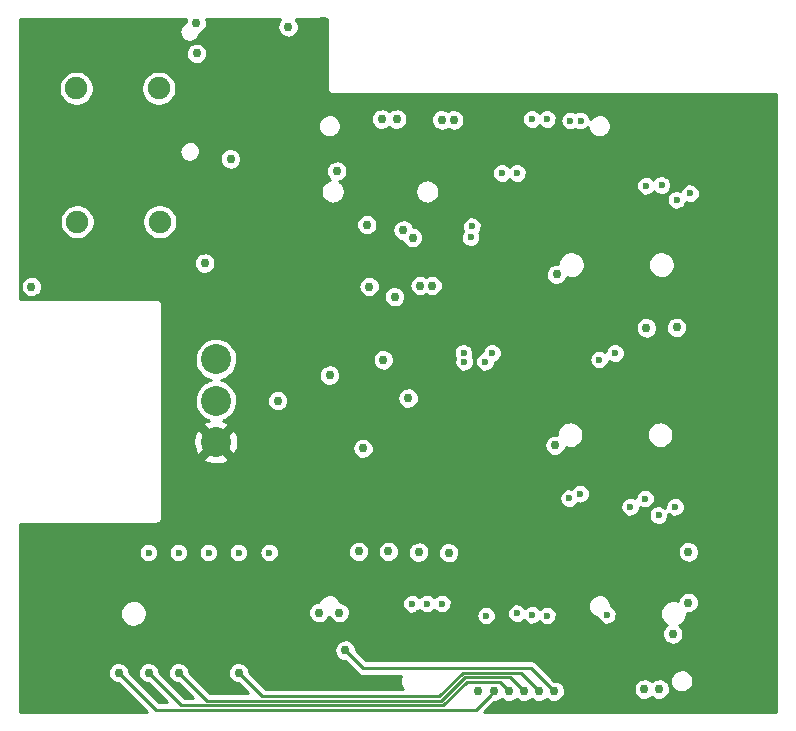
<source format=gbr>
%TF.GenerationSoftware,KiCad,Pcbnew,5.1.5+dfsg1-2build2*%
%TF.CreationDate,2020-06-30T13:18:29+03:00*%
%TF.ProjectId,Lime2-SHIELD_RevB,4c696d65-322d-4534-9849-454c445f5265,D*%
%TF.SameCoordinates,Original*%
%TF.FileFunction,Copper,L3,Inr*%
%TF.FilePolarity,Positive*%
%FSLAX46Y46*%
G04 Gerber Fmt 4.6, Leading zero omitted, Abs format (unit mm)*
G04 Created by KiCad (PCBNEW 5.1.5+dfsg1-2build2) date 2020-06-30 13:18:29*
%MOMM*%
%LPD*%
G04 APERTURE LIST*
%TA.AperFunction,ViaPad*%
%ADD10C,2.540000*%
%TD*%
%TA.AperFunction,ViaPad*%
%ADD11C,1.900000*%
%TD*%
%TA.AperFunction,ViaPad*%
%ADD12C,0.750000*%
%TD*%
%TA.AperFunction,ViaPad*%
%ADD13C,0.600000*%
%TD*%
%TA.AperFunction,Conductor*%
%ADD14C,0.254000*%
%TD*%
G04 APERTURE END LIST*
D10*
%TO.N,GND*%
%TO.C,CAN1*%
X118670000Y-78200000D03*
%TO.N,Net-(CAN1-Pad1)*%
X118670000Y-71200000D03*
%TO.N,Net-(CAN1-Pad2)*%
X118670000Y-74700000D03*
%TD*%
D11*
%TO.N,N/C*%
%TO.C,AUDIO_JACK_5PIN2*%
X113840000Y-48260000D03*
X106840000Y-48260000D03*
%TD*%
%TO.N,N/C*%
%TO.C,AUDIO_JACK_5PIN1*%
X113920000Y-59560000D03*
X106920000Y-59560000D03*
%TD*%
D12*
%TO.N,GND*%
X124800000Y-51450000D03*
X126450000Y-47550000D03*
X139360000Y-63306600D03*
X123860000Y-64328600D03*
X123860000Y-60239200D03*
X111201200Y-54254400D03*
X138353800Y-76784200D03*
X134264400Y-79984600D03*
X104089200Y-96697800D03*
X104089200Y-94157800D03*
X104089200Y-91617800D03*
X104089200Y-89077800D03*
X104089200Y-86537800D03*
X147370800Y-76708000D03*
X147497800Y-62484000D03*
X127750000Y-42600000D03*
X127850000Y-46700000D03*
X105840000Y-53735500D03*
X122047000Y-65303400D03*
X134848600Y-69138800D03*
X123647200Y-81280000D03*
X148584000Y-87325200D03*
X132029200Y-95529400D03*
X153593800Y-93675200D03*
X142875000Y-92704998D03*
X128219200Y-87274400D03*
X123113800Y-93751400D03*
X118033800Y-93751400D03*
X110439200Y-87350600D03*
X135839200Y-92760800D03*
X146650000Y-51950000D03*
%TO.N,Net-(CAN1-Pad2)*%
X123900000Y-74700000D03*
%TO.N,/HPCOM*%
X138811000Y-50927000D03*
%TO.N,/HPOUTR*%
X137795000Y-50927000D03*
%TO.N,/HPOUTL*%
X117729000Y-63055500D03*
%TO.N,Net-(AUDIO_JACK_5PIN1-Pad1)*%
X103050000Y-65050000D03*
X124777500Y-43053000D03*
%TO.N,/+3.3V*%
X128905000Y-55270400D03*
X147396200Y-78486000D03*
X147523200Y-64008000D03*
X119913400Y-54229000D03*
X138379200Y-87579200D03*
X158673800Y-87503000D03*
X129108200Y-92659200D03*
X134937500Y-74485500D03*
X132842000Y-71247000D03*
X158673800Y-91800000D03*
%TO.N,/MICIN1*%
X132715000Y-50863500D03*
%TO.N,/VMIC*%
X133985000Y-50863500D03*
D13*
%TO.N,/PG7_UART3RX*%
X140335000Y-59944000D03*
%TO.N,/PG6_UART3TX*%
X140241737Y-60866737D03*
D12*
%TO.N,/PG5*%
X135318500Y-60896500D03*
%TO.N,/PG4*%
X134527276Y-60267501D03*
%TO.N,/PG3*%
X136969500Y-64960500D03*
%TO.N,/PG2*%
X135953500Y-64960500D03*
%TO.N,/PG1*%
X131450000Y-59800000D03*
%TO.N,/PG0*%
X131654828Y-65043328D03*
%TO.N,/+5V*%
X157353000Y-94462600D03*
X127381000Y-92659200D03*
X131127500Y-78740000D03*
D13*
%TO.N,/PG10_UART4TX*%
X142875000Y-55435500D03*
%TO.N,/PG11_UART4RX*%
X144145000Y-55435500D03*
%TO.N,/PB21_TWI2-SDA*%
X145415000Y-50863500D03*
%TO.N,/PB20_TWI2-SCL*%
X146685000Y-50863500D03*
%TO.N,/PB19_TWI1-SDA*%
X142049500Y-70675500D03*
X148653500Y-50990500D03*
X152463500Y-70675500D03*
X139636500Y-70675500D03*
%TO.N,/PC19_SPI2_CS0*%
X157670500Y-57704010D03*
%TO.N,/PB18_TWI1-SCL*%
X141444261Y-71407739D03*
X149542500Y-50990500D03*
X151130000Y-71229500D03*
X139687736Y-71407739D03*
D12*
%TO.N,/PC20_SPI2_CLK*%
X130759200Y-87477600D03*
D13*
X158813500Y-57150000D03*
D12*
X157683200Y-68503800D03*
%TO.N,/PC21_SPI2_MOSI*%
X135839200Y-87528400D03*
D13*
X155067000Y-56515000D03*
D12*
%TO.N,/PC22_SPI2_MISO*%
X155117800Y-68554600D03*
X133273800Y-87477600D03*
D13*
X156400500Y-56451500D03*
%TO.N,/PE6*%
X137795000Y-91884500D03*
%TO.N,/PI3_PWM1*%
X144145000Y-92710000D03*
%TO.N,/PE5*%
X136525000Y-91884500D03*
%TO.N,/PE4*%
X135255000Y-91901000D03*
%TO.N,/PE1*%
X123190000Y-87566500D03*
%TO.N,/PE8*%
X120586500Y-87566500D03*
%TO.N,/PE9*%
X118046500Y-87566500D03*
%TO.N,/PI7*%
X141541500Y-92900500D03*
%TO.N,/PE10*%
X115506500Y-87566500D03*
%TO.N,/PE11*%
X112966500Y-87566500D03*
%TO.N,/PI21_UART7RX*%
X148570190Y-82974690D03*
%TO.N,/PI10*%
X145415000Y-92837000D03*
%TO.N,/PI20_UART7TX*%
X149500730Y-82583932D03*
%TO.N,/PI11*%
X146685000Y-92900500D03*
%TO.N,/PI19_SPI1_MISO*%
X155003500Y-82994500D03*
%TO.N,/PI18_SPI1_MOSI*%
X153733500Y-83693000D03*
%TO.N,/PI17_SPI1_CLK*%
X157543500Y-83693000D03*
%TO.N,/PI16_SPI1_CS0*%
X156146500Y-84391500D03*
%TO.N,/PI15*%
X151765000Y-92837000D03*
D12*
%TO.N,/PH13*%
X146050000Y-99308011D03*
X120599200Y-97739200D03*
%TO.N,/PH12*%
X144780000Y-99308011D03*
X115519200Y-97739200D03*
%TO.N,/PH11*%
X143510000Y-99308011D03*
X112979200Y-97739200D03*
%TO.N,/PH10*%
X142240000Y-99308011D03*
X110439200Y-97739200D03*
%TO.N,/PH9_CANS*%
X140893800Y-99314000D03*
%TO.N,/PH14*%
X147320000Y-99308011D03*
X129597500Y-95834200D03*
%TO.N,/PH20_CANTX*%
X154940000Y-99123500D03*
%TO.N,/PH21_CANRX*%
X156210000Y-99123500D03*
%TO.N,/LINEINL*%
X117050000Y-45300000D03*
%TO.N,/LINEINR*%
X117000000Y-42750000D03*
%TO.N,Net-(MICRO_SD1-Pad5)*%
X128300000Y-72550000D03*
X133794500Y-65905500D03*
%TD*%
D14*
%TO.N,/PH13*%
X145675001Y-98933012D02*
X146050000Y-99308011D01*
X144474468Y-97732479D02*
X145675001Y-98933012D01*
X137571850Y-99745780D02*
X139585151Y-97732479D01*
X122605780Y-99745780D02*
X137571850Y-99745780D01*
X139585151Y-97732479D02*
X144474468Y-97732479D01*
X120599200Y-97739200D02*
X122605780Y-99745780D01*
%TO.N,/PH12*%
X115519200Y-97739200D02*
X117906790Y-100126790D01*
X143585479Y-98113490D02*
X144405001Y-98933012D01*
X139742970Y-98113490D02*
X143585479Y-98113490D01*
X117906790Y-100126790D02*
X137729670Y-100126790D01*
X137729670Y-100126790D02*
X139742970Y-98113490D01*
X144405001Y-98933012D02*
X144780000Y-99308011D01*
%TO.N,/PH11*%
X142696488Y-98494499D02*
X143135001Y-98933012D01*
X112979200Y-97739200D02*
X115747800Y-100507800D01*
X115747800Y-100507800D02*
X137896600Y-100507800D01*
X137896600Y-100507800D02*
X139909901Y-98494499D01*
X139909901Y-98494499D02*
X142696488Y-98494499D01*
X143135001Y-98933012D02*
X143510000Y-99308011D01*
%TO.N,/PH10*%
X110439200Y-97739200D02*
X113588800Y-100888800D01*
X140659211Y-100888800D02*
X141865001Y-99683010D01*
X141865001Y-99683010D02*
X142240000Y-99308011D01*
X113588800Y-100888800D02*
X140659211Y-100888800D01*
%TO.N,/PH14*%
X146945001Y-98933012D02*
X147320000Y-99308011D01*
X145344789Y-97332800D02*
X146945001Y-98933012D01*
X129597500Y-95834200D02*
X131096100Y-97332800D01*
X131096100Y-97332800D02*
X145344789Y-97332800D01*
%TD*%
%TO.N,GND*%
G36*
X116126649Y-42496268D02*
G01*
X116106420Y-42633260D01*
X115937869Y-42729205D01*
X115788355Y-42868385D01*
X115674869Y-43038229D01*
X115603500Y-43229623D01*
X115578075Y-43432304D01*
X115599959Y-43635396D01*
X115667977Y-43828008D01*
X115778481Y-43999806D01*
X115925543Y-44141574D01*
X116101275Y-44245709D01*
X116296250Y-44306624D01*
X116500008Y-44321051D01*
X116701621Y-44288216D01*
X116890272Y-44209881D01*
X117055843Y-44090248D01*
X117189451Y-43935734D01*
X117283929Y-43754628D01*
X117324502Y-43594873D01*
X117511194Y-43502199D01*
X117694644Y-43337020D01*
X117826917Y-43128592D01*
X117898460Y-42891627D01*
X117901229Y-42627220D01*
X117845048Y-42426000D01*
X124126787Y-42426000D01*
X124004554Y-42573754D01*
X123904149Y-42799268D01*
X123868087Y-43043476D01*
X123899027Y-43288387D01*
X123994688Y-43515954D01*
X124148021Y-43709414D01*
X124347733Y-43854512D01*
X124579107Y-43940560D01*
X124825098Y-43961216D01*
X125067581Y-43914960D01*
X125288694Y-43805199D01*
X125472144Y-43640020D01*
X125604417Y-43431592D01*
X125675960Y-43194627D01*
X125678729Y-42930220D01*
X125612164Y-42691809D01*
X125484285Y-42480656D01*
X125426082Y-42426000D01*
X128074001Y-42426000D01*
X128074000Y-48158601D01*
X128067443Y-48200000D01*
X128093508Y-48364569D01*
X128169152Y-48513029D01*
X128286971Y-48630848D01*
X128435431Y-48706492D01*
X128600000Y-48732557D01*
X128641399Y-48726000D01*
X166074001Y-48726000D01*
X166074000Y-101074000D01*
X141397490Y-101074000D01*
X142257769Y-100213722D01*
X142287598Y-100216227D01*
X142530081Y-100169971D01*
X142751194Y-100060210D01*
X142870965Y-99952368D01*
X142880521Y-99964425D01*
X143080233Y-100109523D01*
X143311607Y-100195571D01*
X143557598Y-100216227D01*
X143800081Y-100169971D01*
X144021194Y-100060210D01*
X144140965Y-99952368D01*
X144150521Y-99964425D01*
X144350233Y-100109523D01*
X144581607Y-100195571D01*
X144827598Y-100216227D01*
X145070081Y-100169971D01*
X145291194Y-100060210D01*
X145410965Y-99952368D01*
X145420521Y-99964425D01*
X145620233Y-100109523D01*
X145851607Y-100195571D01*
X146097598Y-100216227D01*
X146340081Y-100169971D01*
X146561194Y-100060210D01*
X146680965Y-99952368D01*
X146690521Y-99964425D01*
X146890233Y-100109523D01*
X147121607Y-100195571D01*
X147367598Y-100216227D01*
X147610081Y-100169971D01*
X147831194Y-100060210D01*
X148014644Y-99895031D01*
X148146917Y-99686603D01*
X148218460Y-99449638D01*
X148221229Y-99185231D01*
X148201335Y-99113976D01*
X154030587Y-99113976D01*
X154061527Y-99358887D01*
X154157188Y-99586454D01*
X154310521Y-99779914D01*
X154510233Y-99925012D01*
X154741607Y-100011060D01*
X154987598Y-100031716D01*
X155230081Y-99985460D01*
X155451194Y-99875699D01*
X155570965Y-99767857D01*
X155580521Y-99779914D01*
X155780233Y-99925012D01*
X156011607Y-100011060D01*
X156257598Y-100031716D01*
X156500081Y-99985460D01*
X156721194Y-99875699D01*
X156904644Y-99710520D01*
X157036917Y-99502092D01*
X157108460Y-99265127D01*
X157111229Y-99000720D01*
X157044664Y-98762309D01*
X156916785Y-98551156D01*
X156778793Y-98421573D01*
X157133252Y-98421573D01*
X157155419Y-98632469D01*
X157222354Y-98833685D01*
X157330937Y-99015834D01*
X157476100Y-99170417D01*
X157651071Y-99290223D01*
X157847688Y-99369661D01*
X158056776Y-99405025D01*
X158268580Y-99394666D01*
X158473219Y-99339067D01*
X158661144Y-99240822D01*
X158823591Y-99104514D01*
X158952976Y-98936502D01*
X159043266Y-98744628D01*
X159090297Y-98537623D01*
X159091059Y-98319188D01*
X159045474Y-98111861D01*
X158956527Y-97919359D01*
X158828317Y-97750450D01*
X158666827Y-97613011D01*
X158479592Y-97513455D01*
X158275346Y-97456430D01*
X158063619Y-97444592D01*
X157854289Y-97478496D01*
X157657124Y-97556560D01*
X157481320Y-97675140D01*
X157335081Y-97828706D01*
X157225229Y-98010093D01*
X157156890Y-98210837D01*
X157133252Y-98421573D01*
X156778793Y-98421573D01*
X156736835Y-98382172D01*
X156518069Y-98267804D01*
X156276607Y-98216480D01*
X156030238Y-98231980D01*
X155797113Y-98313163D01*
X155594406Y-98454048D01*
X155572095Y-98481018D01*
X155466835Y-98382172D01*
X155248069Y-98267804D01*
X155006607Y-98216480D01*
X154760238Y-98231980D01*
X154527113Y-98313163D01*
X154324406Y-98454048D01*
X154167054Y-98644254D01*
X154066649Y-98869768D01*
X154030587Y-99113976D01*
X148201335Y-99113976D01*
X148154664Y-98946820D01*
X148026785Y-98735667D01*
X147846835Y-98566683D01*
X147628069Y-98452315D01*
X147386607Y-98400991D01*
X147339429Y-98403959D01*
X145855795Y-96920325D01*
X145834439Y-96887252D01*
X145779080Y-96843611D01*
X145768212Y-96832742D01*
X145736988Y-96810429D01*
X145659290Y-96749177D01*
X145646777Y-96745965D01*
X145636037Y-96738289D01*
X145427761Y-96676001D01*
X145331073Y-96679800D01*
X131366581Y-96679800D01*
X130497687Y-95810906D01*
X130498729Y-95711420D01*
X130432164Y-95473009D01*
X130304285Y-95261856D01*
X130124335Y-95092872D01*
X129905569Y-94978504D01*
X129664107Y-94927180D01*
X129417738Y-94942680D01*
X129184613Y-95023863D01*
X128981906Y-95164748D01*
X128824554Y-95354954D01*
X128724149Y-95580468D01*
X128688087Y-95824676D01*
X128719027Y-96069587D01*
X128814688Y-96297154D01*
X128968021Y-96490614D01*
X129167733Y-96635712D01*
X129399107Y-96721760D01*
X129576475Y-96736654D01*
X130585094Y-97745274D01*
X130606450Y-97778347D01*
X130661808Y-97821988D01*
X130672676Y-97832857D01*
X130703892Y-97855165D01*
X130781596Y-97916421D01*
X130794107Y-97919633D01*
X130804850Y-97927311D01*
X131013126Y-97989599D01*
X131109815Y-97985800D01*
X134379941Y-97985800D01*
X134365229Y-98010093D01*
X134296890Y-98210837D01*
X134273252Y-98421573D01*
X134295419Y-98632469D01*
X134362354Y-98833685D01*
X134470937Y-99015834D01*
X134543194Y-99092780D01*
X122876261Y-99092780D01*
X121499387Y-97715906D01*
X121500429Y-97616420D01*
X121433864Y-97378009D01*
X121305985Y-97166856D01*
X121126035Y-96997872D01*
X120907269Y-96883504D01*
X120665807Y-96832180D01*
X120419438Y-96847680D01*
X120186313Y-96928863D01*
X119983606Y-97069748D01*
X119826254Y-97259954D01*
X119725849Y-97485468D01*
X119689787Y-97729676D01*
X119720727Y-97974587D01*
X119816388Y-98202154D01*
X119969721Y-98395614D01*
X120169433Y-98540712D01*
X120400807Y-98626760D01*
X120578175Y-98641654D01*
X121410310Y-99473790D01*
X118177270Y-99473790D01*
X116419387Y-97715907D01*
X116420429Y-97616420D01*
X116353864Y-97378009D01*
X116225985Y-97166856D01*
X116046035Y-96997872D01*
X115827269Y-96883504D01*
X115585807Y-96832180D01*
X115339438Y-96847680D01*
X115106313Y-96928863D01*
X114903606Y-97069748D01*
X114746254Y-97259954D01*
X114645849Y-97485468D01*
X114609787Y-97729676D01*
X114640727Y-97974587D01*
X114736388Y-98202154D01*
X114889721Y-98395614D01*
X115089433Y-98540712D01*
X115320807Y-98626760D01*
X115498174Y-98641654D01*
X116711318Y-99854800D01*
X116018281Y-99854800D01*
X113879387Y-97715906D01*
X113880429Y-97616420D01*
X113813864Y-97378009D01*
X113685985Y-97166856D01*
X113506035Y-96997872D01*
X113287269Y-96883504D01*
X113045807Y-96832180D01*
X112799438Y-96847680D01*
X112566313Y-96928863D01*
X112363606Y-97069748D01*
X112206254Y-97259954D01*
X112105849Y-97485468D01*
X112069787Y-97729676D01*
X112100727Y-97974587D01*
X112196388Y-98202154D01*
X112349721Y-98395614D01*
X112549433Y-98540712D01*
X112780807Y-98626760D01*
X112958174Y-98641654D01*
X114552318Y-100235800D01*
X113859280Y-100235800D01*
X111339387Y-97715907D01*
X111340429Y-97616420D01*
X111273864Y-97378009D01*
X111145985Y-97166856D01*
X110966035Y-96997872D01*
X110747269Y-96883504D01*
X110505807Y-96832180D01*
X110259438Y-96847680D01*
X110026313Y-96928863D01*
X109823606Y-97069748D01*
X109666254Y-97259954D01*
X109565849Y-97485468D01*
X109529787Y-97729676D01*
X109560727Y-97974587D01*
X109656388Y-98202154D01*
X109809721Y-98395614D01*
X110009433Y-98540712D01*
X110240807Y-98626760D01*
X110418175Y-98641654D01*
X112850519Y-101074000D01*
X102126000Y-101074000D01*
X102126000Y-92716049D01*
X110568201Y-92716049D01*
X110590524Y-92943710D01*
X110658168Y-93162231D01*
X110768370Y-93362688D01*
X110916628Y-93536892D01*
X111096888Y-93677726D01*
X111301784Y-93779437D01*
X111522947Y-93837871D01*
X111751342Y-93850640D01*
X111977640Y-93817224D01*
X112192597Y-93738986D01*
X112387431Y-93619122D01*
X112554185Y-93462531D01*
X112686045Y-93275607D01*
X112777626Y-93065988D01*
X112825232Y-92842016D01*
X112825903Y-92649676D01*
X126471587Y-92649676D01*
X126502527Y-92894587D01*
X126598188Y-93122154D01*
X126751521Y-93315614D01*
X126951233Y-93460712D01*
X127182607Y-93546760D01*
X127428598Y-93567416D01*
X127671081Y-93521160D01*
X127892194Y-93411399D01*
X128075644Y-93246220D01*
X128198415Y-93052765D01*
X128211776Y-93055025D01*
X128295449Y-93050933D01*
X128325388Y-93122154D01*
X128478721Y-93315614D01*
X128678433Y-93460712D01*
X128909807Y-93546760D01*
X129155798Y-93567416D01*
X129398281Y-93521160D01*
X129619394Y-93411399D01*
X129802844Y-93246220D01*
X129935117Y-93037792D01*
X129978768Y-92893210D01*
X140706210Y-92893210D01*
X140740992Y-93139142D01*
X140846551Y-93363974D01*
X141013552Y-93547828D01*
X141227232Y-93674450D01*
X141468697Y-93732643D01*
X141716599Y-93717264D01*
X141949020Y-93629671D01*
X142145411Y-93477609D01*
X142288407Y-93274522D01*
X142365522Y-93037886D01*
X142367795Y-92777516D01*
X142344854Y-92702710D01*
X143309710Y-92702710D01*
X143344492Y-92948642D01*
X143450051Y-93173474D01*
X143617052Y-93357328D01*
X143830732Y-93483950D01*
X144072197Y-93542143D01*
X144320099Y-93526764D01*
X144552520Y-93439171D01*
X144724840Y-93305747D01*
X144887052Y-93484328D01*
X145100732Y-93610950D01*
X145342197Y-93669143D01*
X145590099Y-93653764D01*
X145822520Y-93566171D01*
X146018911Y-93414109D01*
X146026194Y-93403765D01*
X146157052Y-93547828D01*
X146370732Y-93674450D01*
X146612197Y-93732643D01*
X146860099Y-93717264D01*
X147092520Y-93629671D01*
X147288911Y-93477609D01*
X147431907Y-93274522D01*
X147509022Y-93037886D01*
X147511295Y-92777516D01*
X147438321Y-92539569D01*
X147298890Y-92334019D01*
X147105184Y-92178553D01*
X146874327Y-92086917D01*
X146681528Y-92071573D01*
X150148252Y-92071573D01*
X150170419Y-92282469D01*
X150237354Y-92483685D01*
X150345937Y-92665834D01*
X150491100Y-92820417D01*
X150666071Y-92940223D01*
X150862688Y-93019661D01*
X150958876Y-93035930D01*
X150964492Y-93075642D01*
X151070051Y-93300474D01*
X151237052Y-93484328D01*
X151450732Y-93610950D01*
X151692197Y-93669143D01*
X151940099Y-93653764D01*
X152172520Y-93566171D01*
X152368911Y-93414109D01*
X152511907Y-93211022D01*
X152589022Y-92974386D01*
X152591277Y-92716049D01*
X156288201Y-92716049D01*
X156310524Y-92943710D01*
X156378168Y-93162231D01*
X156488370Y-93362688D01*
X156636628Y-93536892D01*
X156816888Y-93677726D01*
X156867400Y-93702800D01*
X156737406Y-93793148D01*
X156580054Y-93983354D01*
X156479649Y-94208868D01*
X156443587Y-94453076D01*
X156474527Y-94697987D01*
X156570188Y-94925554D01*
X156723521Y-95119014D01*
X156923233Y-95264112D01*
X157154607Y-95350160D01*
X157400598Y-95370816D01*
X157643081Y-95324560D01*
X157864194Y-95214799D01*
X158047644Y-95049620D01*
X158179917Y-94841192D01*
X158251460Y-94604227D01*
X158254229Y-94339820D01*
X158187664Y-94101409D01*
X158059785Y-93890256D01*
X157902581Y-93742632D01*
X157912597Y-93738986D01*
X158107431Y-93619122D01*
X158274185Y-93462531D01*
X158406045Y-93275607D01*
X158497626Y-93065988D01*
X158545232Y-92842016D01*
X158545750Y-92693467D01*
X158721398Y-92708216D01*
X158963881Y-92661960D01*
X159184994Y-92552199D01*
X159368444Y-92387020D01*
X159500717Y-92178592D01*
X159572260Y-91941627D01*
X159575029Y-91677220D01*
X159508464Y-91438809D01*
X159380585Y-91227656D01*
X159200635Y-91058672D01*
X158981869Y-90944304D01*
X158740407Y-90892980D01*
X158494038Y-90908480D01*
X158260913Y-90989663D01*
X158058206Y-91130548D01*
X157900854Y-91320754D01*
X157800449Y-91546268D01*
X157784511Y-91654202D01*
X157705293Y-91624741D01*
X157479234Y-91589746D01*
X157250756Y-91600921D01*
X157029190Y-91657808D01*
X156823589Y-91758086D01*
X156642350Y-91897659D01*
X156492880Y-92070824D01*
X156381281Y-92270506D01*
X156312113Y-92488550D01*
X156288201Y-92716049D01*
X152591277Y-92716049D01*
X152591295Y-92714016D01*
X152518321Y-92476069D01*
X152378890Y-92270519D01*
X152185184Y-92115053D01*
X152105660Y-92083487D01*
X152106059Y-91969188D01*
X152060474Y-91761861D01*
X151971527Y-91569359D01*
X151843317Y-91400450D01*
X151681827Y-91263011D01*
X151494592Y-91163455D01*
X151290346Y-91106430D01*
X151078619Y-91094592D01*
X150869289Y-91128496D01*
X150672124Y-91206560D01*
X150496320Y-91325140D01*
X150350081Y-91478706D01*
X150240229Y-91660093D01*
X150171890Y-91860837D01*
X150148252Y-92071573D01*
X146681528Y-92071573D01*
X146626731Y-92067212D01*
X146384287Y-92121184D01*
X146168430Y-92244056D01*
X146076924Y-92341331D01*
X146028890Y-92270519D01*
X145835184Y-92115053D01*
X145604327Y-92023417D01*
X145356731Y-92003712D01*
X145114287Y-92057684D01*
X144898430Y-92180556D01*
X144831951Y-92251226D01*
X144758890Y-92143519D01*
X144565184Y-91988053D01*
X144334327Y-91896417D01*
X144086731Y-91876712D01*
X143844287Y-91930684D01*
X143628430Y-92053556D01*
X143458245Y-92234469D01*
X143348779Y-92457424D01*
X143309710Y-92702710D01*
X142344854Y-92702710D01*
X142294821Y-92539569D01*
X142155390Y-92334019D01*
X141961684Y-92178553D01*
X141730827Y-92086917D01*
X141483231Y-92067212D01*
X141240787Y-92121184D01*
X141024930Y-92244056D01*
X140854745Y-92424969D01*
X140745279Y-92647924D01*
X140706210Y-92893210D01*
X129978768Y-92893210D01*
X130006660Y-92800827D01*
X130009429Y-92536420D01*
X129942864Y-92298009D01*
X129814985Y-92086856D01*
X129635035Y-91917872D01*
X129588818Y-91893710D01*
X134419710Y-91893710D01*
X134454492Y-92139642D01*
X134560051Y-92364474D01*
X134727052Y-92548328D01*
X134940732Y-92674950D01*
X135182197Y-92733143D01*
X135430099Y-92717764D01*
X135662520Y-92630171D01*
X135858911Y-92478109D01*
X135897926Y-92422699D01*
X135997052Y-92531828D01*
X136210732Y-92658450D01*
X136452197Y-92716643D01*
X136700099Y-92701264D01*
X136932520Y-92613671D01*
X137128911Y-92461609D01*
X137161381Y-92415494D01*
X137267052Y-92531828D01*
X137480732Y-92658450D01*
X137722197Y-92716643D01*
X137970099Y-92701264D01*
X138202520Y-92613671D01*
X138398911Y-92461609D01*
X138541907Y-92258522D01*
X138619022Y-92021886D01*
X138621295Y-91761516D01*
X138548321Y-91523569D01*
X138408890Y-91318019D01*
X138215184Y-91162553D01*
X137984327Y-91070917D01*
X137736731Y-91051212D01*
X137494287Y-91105184D01*
X137278430Y-91228056D01*
X137161896Y-91351935D01*
X137138890Y-91318019D01*
X136945184Y-91162553D01*
X136714327Y-91070917D01*
X136466731Y-91051212D01*
X136224287Y-91105184D01*
X136008430Y-91228056D01*
X135885393Y-91358848D01*
X135868890Y-91334519D01*
X135675184Y-91179053D01*
X135444327Y-91087417D01*
X135196731Y-91067712D01*
X134954287Y-91121684D01*
X134738430Y-91244556D01*
X134568245Y-91425469D01*
X134458779Y-91648424D01*
X134419710Y-91893710D01*
X129588818Y-91893710D01*
X129416269Y-91803504D01*
X129198310Y-91757176D01*
X129111527Y-91569359D01*
X128983317Y-91400450D01*
X128821827Y-91263011D01*
X128634592Y-91163455D01*
X128430346Y-91106430D01*
X128218619Y-91094592D01*
X128009289Y-91128496D01*
X127812124Y-91206560D01*
X127636320Y-91325140D01*
X127490081Y-91478706D01*
X127380230Y-91660093D01*
X127346719Y-91758527D01*
X127201238Y-91767680D01*
X126968113Y-91848863D01*
X126765406Y-91989748D01*
X126608054Y-92179954D01*
X126507649Y-92405468D01*
X126471587Y-92649676D01*
X112825903Y-92649676D01*
X112826056Y-92605842D01*
X112780014Y-92381544D01*
X112689899Y-92171290D01*
X112559348Y-91983451D01*
X112393692Y-91825698D01*
X112199699Y-91704478D01*
X111985293Y-91624741D01*
X111759234Y-91589746D01*
X111530756Y-91600921D01*
X111309190Y-91657808D01*
X111103589Y-91758086D01*
X110922350Y-91897659D01*
X110772880Y-92070824D01*
X110661281Y-92270506D01*
X110592113Y-92488550D01*
X110568201Y-92716049D01*
X102126000Y-92716049D01*
X102126000Y-87559210D01*
X112131210Y-87559210D01*
X112165992Y-87805142D01*
X112271551Y-88029974D01*
X112438552Y-88213828D01*
X112652232Y-88340450D01*
X112893697Y-88398643D01*
X113141599Y-88383264D01*
X113374020Y-88295671D01*
X113570411Y-88143609D01*
X113713407Y-87940522D01*
X113790522Y-87703886D01*
X113791785Y-87559210D01*
X114671210Y-87559210D01*
X114705992Y-87805142D01*
X114811551Y-88029974D01*
X114978552Y-88213828D01*
X115192232Y-88340450D01*
X115433697Y-88398643D01*
X115681599Y-88383264D01*
X115914020Y-88295671D01*
X116110411Y-88143609D01*
X116253407Y-87940522D01*
X116330522Y-87703886D01*
X116331785Y-87559210D01*
X117211210Y-87559210D01*
X117245992Y-87805142D01*
X117351551Y-88029974D01*
X117518552Y-88213828D01*
X117732232Y-88340450D01*
X117973697Y-88398643D01*
X118221599Y-88383264D01*
X118454020Y-88295671D01*
X118650411Y-88143609D01*
X118793407Y-87940522D01*
X118870522Y-87703886D01*
X118871785Y-87559210D01*
X119751210Y-87559210D01*
X119785992Y-87805142D01*
X119891551Y-88029974D01*
X120058552Y-88213828D01*
X120272232Y-88340450D01*
X120513697Y-88398643D01*
X120761599Y-88383264D01*
X120994020Y-88295671D01*
X121190411Y-88143609D01*
X121333407Y-87940522D01*
X121410522Y-87703886D01*
X121411785Y-87559210D01*
X122354710Y-87559210D01*
X122389492Y-87805142D01*
X122495051Y-88029974D01*
X122662052Y-88213828D01*
X122875732Y-88340450D01*
X123117197Y-88398643D01*
X123365099Y-88383264D01*
X123597520Y-88295671D01*
X123793911Y-88143609D01*
X123936907Y-87940522D01*
X124014022Y-87703886D01*
X124016080Y-87468076D01*
X129849787Y-87468076D01*
X129880727Y-87712987D01*
X129976388Y-87940554D01*
X130129721Y-88134014D01*
X130329433Y-88279112D01*
X130560807Y-88365160D01*
X130806798Y-88385816D01*
X131049281Y-88339560D01*
X131270394Y-88229799D01*
X131453844Y-88064620D01*
X131586117Y-87856192D01*
X131657660Y-87619227D01*
X131659242Y-87468076D01*
X132364387Y-87468076D01*
X132395327Y-87712987D01*
X132490988Y-87940554D01*
X132644321Y-88134014D01*
X132844033Y-88279112D01*
X133075407Y-88365160D01*
X133321398Y-88385816D01*
X133563881Y-88339560D01*
X133784994Y-88229799D01*
X133968444Y-88064620D01*
X134100717Y-87856192D01*
X134172260Y-87619227D01*
X134173310Y-87518876D01*
X134929787Y-87518876D01*
X134960727Y-87763787D01*
X135056388Y-87991354D01*
X135209721Y-88184814D01*
X135409433Y-88329912D01*
X135640807Y-88415960D01*
X135886798Y-88436616D01*
X136129281Y-88390360D01*
X136350394Y-88280599D01*
X136533844Y-88115420D01*
X136666117Y-87906992D01*
X136737660Y-87670027D01*
X136738710Y-87569676D01*
X137469787Y-87569676D01*
X137500727Y-87814587D01*
X137596388Y-88042154D01*
X137749721Y-88235614D01*
X137949433Y-88380712D01*
X138180807Y-88466760D01*
X138426798Y-88487416D01*
X138669281Y-88441160D01*
X138890394Y-88331399D01*
X139073844Y-88166220D01*
X139206117Y-87957792D01*
X139277660Y-87720827D01*
X139280040Y-87493476D01*
X157764387Y-87493476D01*
X157795327Y-87738387D01*
X157890988Y-87965954D01*
X158044321Y-88159414D01*
X158244033Y-88304512D01*
X158475407Y-88390560D01*
X158721398Y-88411216D01*
X158963881Y-88364960D01*
X159184994Y-88255199D01*
X159368444Y-88090020D01*
X159500717Y-87881592D01*
X159572260Y-87644627D01*
X159575029Y-87380220D01*
X159508464Y-87141809D01*
X159380585Y-86930656D01*
X159200635Y-86761672D01*
X158981869Y-86647304D01*
X158740407Y-86595980D01*
X158494038Y-86611480D01*
X158260913Y-86692663D01*
X158058206Y-86833548D01*
X157900854Y-87023754D01*
X157800449Y-87249268D01*
X157764387Y-87493476D01*
X139280040Y-87493476D01*
X139280429Y-87456420D01*
X139213864Y-87218009D01*
X139085985Y-87006856D01*
X138906035Y-86837872D01*
X138687269Y-86723504D01*
X138445807Y-86672180D01*
X138199438Y-86687680D01*
X137966313Y-86768863D01*
X137763606Y-86909748D01*
X137606254Y-87099954D01*
X137505849Y-87325468D01*
X137469787Y-87569676D01*
X136738710Y-87569676D01*
X136740429Y-87405620D01*
X136673864Y-87167209D01*
X136545985Y-86956056D01*
X136366035Y-86787072D01*
X136147269Y-86672704D01*
X135905807Y-86621380D01*
X135659438Y-86636880D01*
X135426313Y-86718063D01*
X135223606Y-86858948D01*
X135066254Y-87049154D01*
X134965849Y-87274668D01*
X134929787Y-87518876D01*
X134173310Y-87518876D01*
X134175029Y-87354820D01*
X134108464Y-87116409D01*
X133980585Y-86905256D01*
X133800635Y-86736272D01*
X133581869Y-86621904D01*
X133340407Y-86570580D01*
X133094038Y-86586080D01*
X132860913Y-86667263D01*
X132658206Y-86808148D01*
X132500854Y-86998354D01*
X132400449Y-87223868D01*
X132364387Y-87468076D01*
X131659242Y-87468076D01*
X131660429Y-87354820D01*
X131593864Y-87116409D01*
X131465985Y-86905256D01*
X131286035Y-86736272D01*
X131067269Y-86621904D01*
X130825807Y-86570580D01*
X130579438Y-86586080D01*
X130346313Y-86667263D01*
X130143606Y-86808148D01*
X129986254Y-86998354D01*
X129885849Y-87223868D01*
X129849787Y-87468076D01*
X124016080Y-87468076D01*
X124016295Y-87443516D01*
X123943321Y-87205569D01*
X123803890Y-87000019D01*
X123610184Y-86844553D01*
X123379327Y-86752917D01*
X123131731Y-86733212D01*
X122889287Y-86787184D01*
X122673430Y-86910056D01*
X122503245Y-87090969D01*
X122393779Y-87313924D01*
X122354710Y-87559210D01*
X121411785Y-87559210D01*
X121412795Y-87443516D01*
X121339821Y-87205569D01*
X121200390Y-87000019D01*
X121006684Y-86844553D01*
X120775827Y-86752917D01*
X120528231Y-86733212D01*
X120285787Y-86787184D01*
X120069930Y-86910056D01*
X119899745Y-87090969D01*
X119790279Y-87313924D01*
X119751210Y-87559210D01*
X118871785Y-87559210D01*
X118872795Y-87443516D01*
X118799821Y-87205569D01*
X118660390Y-87000019D01*
X118466684Y-86844553D01*
X118235827Y-86752917D01*
X117988231Y-86733212D01*
X117745787Y-86787184D01*
X117529930Y-86910056D01*
X117359745Y-87090969D01*
X117250279Y-87313924D01*
X117211210Y-87559210D01*
X116331785Y-87559210D01*
X116332795Y-87443516D01*
X116259821Y-87205569D01*
X116120390Y-87000019D01*
X115926684Y-86844553D01*
X115695827Y-86752917D01*
X115448231Y-86733212D01*
X115205787Y-86787184D01*
X114989930Y-86910056D01*
X114819745Y-87090969D01*
X114710279Y-87313924D01*
X114671210Y-87559210D01*
X113791785Y-87559210D01*
X113792795Y-87443516D01*
X113719821Y-87205569D01*
X113580390Y-87000019D01*
X113386684Y-86844553D01*
X113155827Y-86752917D01*
X112908231Y-86733212D01*
X112665787Y-86787184D01*
X112449930Y-86910056D01*
X112279745Y-87090969D01*
X112170279Y-87313924D01*
X112131210Y-87559210D01*
X102126000Y-87559210D01*
X102126000Y-85126000D01*
X113558601Y-85126000D01*
X113600000Y-85132557D01*
X113651191Y-85124449D01*
X113764569Y-85106492D01*
X113913029Y-85030848D01*
X114030848Y-84913029D01*
X114106492Y-84764569D01*
X114132557Y-84600000D01*
X114126000Y-84558601D01*
X114126000Y-82967400D01*
X147734900Y-82967400D01*
X147769682Y-83213332D01*
X147875241Y-83438164D01*
X148042242Y-83622018D01*
X148255922Y-83748640D01*
X148497387Y-83806833D01*
X148745289Y-83791454D01*
X148977710Y-83703861D01*
X149001152Y-83685710D01*
X152898210Y-83685710D01*
X152932992Y-83931642D01*
X153038551Y-84156474D01*
X153205552Y-84340328D01*
X153419232Y-84466950D01*
X153660697Y-84525143D01*
X153908599Y-84509764D01*
X154141020Y-84422171D01*
X154190047Y-84384210D01*
X155311210Y-84384210D01*
X155345992Y-84630142D01*
X155451551Y-84854974D01*
X155618552Y-85038828D01*
X155832232Y-85165450D01*
X156073697Y-85223643D01*
X156321599Y-85208264D01*
X156554020Y-85120671D01*
X156750411Y-84968609D01*
X156893407Y-84765522D01*
X156970522Y-84528886D01*
X156972581Y-84293021D01*
X157015552Y-84340328D01*
X157229232Y-84466950D01*
X157470697Y-84525143D01*
X157718599Y-84509764D01*
X157951020Y-84422171D01*
X158147411Y-84270109D01*
X158290407Y-84067022D01*
X158367522Y-83830386D01*
X158369795Y-83570016D01*
X158296821Y-83332069D01*
X158157390Y-83126519D01*
X157963684Y-82971053D01*
X157732827Y-82879417D01*
X157485231Y-82859712D01*
X157242787Y-82913684D01*
X157026930Y-83036556D01*
X156856745Y-83217469D01*
X156747279Y-83440424D01*
X156708210Y-83685710D01*
X156723754Y-83795615D01*
X156566684Y-83669553D01*
X156335827Y-83577917D01*
X156088231Y-83558212D01*
X155845787Y-83612184D01*
X155629930Y-83735056D01*
X155459745Y-83915969D01*
X155350279Y-84138924D01*
X155311210Y-84384210D01*
X154190047Y-84384210D01*
X154337411Y-84270109D01*
X154480407Y-84067022D01*
X154557522Y-83830386D01*
X154558738Y-83691122D01*
X154689232Y-83768450D01*
X154930697Y-83826643D01*
X155178599Y-83811264D01*
X155411020Y-83723671D01*
X155607411Y-83571609D01*
X155750407Y-83368522D01*
X155827522Y-83131886D01*
X155829795Y-82871516D01*
X155756821Y-82633569D01*
X155617390Y-82428019D01*
X155423684Y-82272553D01*
X155192827Y-82180917D01*
X154945231Y-82161212D01*
X154702787Y-82215184D01*
X154486930Y-82338056D01*
X154316745Y-82518969D01*
X154207279Y-82741924D01*
X154168845Y-82983221D01*
X154153684Y-82971053D01*
X153922827Y-82879417D01*
X153675231Y-82859712D01*
X153432787Y-82913684D01*
X153216930Y-83036556D01*
X153046745Y-83217469D01*
X152937279Y-83440424D01*
X152898210Y-83685710D01*
X149001152Y-83685710D01*
X149174101Y-83551799D01*
X149292626Y-83383467D01*
X149427927Y-83416075D01*
X149675829Y-83400696D01*
X149908250Y-83313103D01*
X150104641Y-83161041D01*
X150247637Y-82957954D01*
X150324752Y-82721318D01*
X150327025Y-82460948D01*
X150254051Y-82223001D01*
X150114620Y-82017451D01*
X149920914Y-81861985D01*
X149690057Y-81770349D01*
X149442461Y-81750644D01*
X149200017Y-81804616D01*
X148984160Y-81927488D01*
X148813974Y-82108401D01*
X148783436Y-82170601D01*
X148759517Y-82161107D01*
X148511921Y-82141402D01*
X148269477Y-82195374D01*
X148053620Y-82318246D01*
X147883435Y-82499159D01*
X147773969Y-82722114D01*
X147734900Y-82967400D01*
X114126000Y-82967400D01*
X114126000Y-79720376D01*
X117510249Y-79720376D01*
X117779513Y-79888959D01*
X118038939Y-80002030D01*
X118312227Y-80075512D01*
X118593375Y-80107795D01*
X118876206Y-80098164D01*
X119154508Y-80046836D01*
X119422167Y-79954935D01*
X119673301Y-79824480D01*
X119824326Y-79714951D01*
X118670000Y-78560624D01*
X117510249Y-79720376D01*
X114126000Y-79720376D01*
X114126000Y-78289942D01*
X116762787Y-78289942D01*
X116797031Y-78570858D01*
X116872420Y-78843627D01*
X116987299Y-79102257D01*
X117150481Y-79358894D01*
X118309376Y-78200000D01*
X119030624Y-78200000D01*
X120200927Y-79370302D01*
X120410172Y-78985718D01*
X120503324Y-78730476D01*
X130218087Y-78730476D01*
X130249027Y-78975387D01*
X130344688Y-79202954D01*
X130498021Y-79396414D01*
X130697733Y-79541512D01*
X130929107Y-79627560D01*
X131175098Y-79648216D01*
X131417581Y-79601960D01*
X131638694Y-79492199D01*
X131822144Y-79327020D01*
X131954417Y-79118592D01*
X132025960Y-78881627D01*
X132028729Y-78617220D01*
X131989433Y-78476476D01*
X146486787Y-78476476D01*
X146517727Y-78721387D01*
X146613388Y-78948954D01*
X146766721Y-79142414D01*
X146966433Y-79287512D01*
X147197807Y-79373560D01*
X147443798Y-79394216D01*
X147686281Y-79347960D01*
X147907394Y-79238199D01*
X148090844Y-79073020D01*
X148223117Y-78864592D01*
X148283695Y-78663944D01*
X148476447Y-78714871D01*
X148704842Y-78727640D01*
X148931140Y-78694224D01*
X149146097Y-78615986D01*
X149340931Y-78496122D01*
X149507685Y-78339531D01*
X149639545Y-78152607D01*
X149731126Y-77942988D01*
X149778732Y-77719016D01*
X149779171Y-77593049D01*
X155141701Y-77593049D01*
X155164024Y-77820710D01*
X155231668Y-78039231D01*
X155341870Y-78239688D01*
X155490128Y-78413892D01*
X155670388Y-78554726D01*
X155875284Y-78656437D01*
X156096447Y-78714871D01*
X156324842Y-78727640D01*
X156551140Y-78694224D01*
X156766097Y-78615986D01*
X156960931Y-78496122D01*
X157127685Y-78339531D01*
X157259545Y-78152607D01*
X157351126Y-77942988D01*
X157398732Y-77719016D01*
X157399556Y-77482842D01*
X157353514Y-77258544D01*
X157263399Y-77048290D01*
X157132848Y-76860451D01*
X156967192Y-76702698D01*
X156773199Y-76581478D01*
X156558793Y-76501741D01*
X156332734Y-76466746D01*
X156104256Y-76477921D01*
X155882690Y-76534808D01*
X155677089Y-76635086D01*
X155495850Y-76774659D01*
X155346380Y-76947824D01*
X155234781Y-77147506D01*
X155165613Y-77365550D01*
X155141701Y-77593049D01*
X149779171Y-77593049D01*
X149779556Y-77482842D01*
X149733514Y-77258544D01*
X149643399Y-77048290D01*
X149512848Y-76860451D01*
X149347192Y-76702698D01*
X149153199Y-76581478D01*
X148938793Y-76501741D01*
X148712734Y-76466746D01*
X148484256Y-76477921D01*
X148262690Y-76534808D01*
X148057089Y-76635086D01*
X147875850Y-76774659D01*
X147726380Y-76947824D01*
X147614781Y-77147506D01*
X147545613Y-77365550D01*
X147521860Y-77591532D01*
X147462807Y-77578980D01*
X147216438Y-77594480D01*
X146983313Y-77675663D01*
X146780606Y-77816548D01*
X146623254Y-78006754D01*
X146522849Y-78232268D01*
X146486787Y-78476476D01*
X131989433Y-78476476D01*
X131962164Y-78378809D01*
X131834285Y-78167656D01*
X131654335Y-77998672D01*
X131435569Y-77884304D01*
X131194107Y-77832980D01*
X130947738Y-77848480D01*
X130714613Y-77929663D01*
X130511906Y-78070548D01*
X130354554Y-78260754D01*
X130254149Y-78486268D01*
X130218087Y-78730476D01*
X120503324Y-78730476D01*
X120507194Y-78719874D01*
X120564189Y-78440982D01*
X120574449Y-78061806D01*
X120532619Y-77780241D01*
X120450116Y-77509539D01*
X120328506Y-77254005D01*
X120186922Y-77043704D01*
X119030624Y-78200000D01*
X118309376Y-78200000D01*
X117154788Y-77045414D01*
X117038554Y-77208065D01*
X116909857Y-77460104D01*
X116819826Y-77728396D01*
X116770442Y-78007050D01*
X116762787Y-78289942D01*
X114126000Y-78289942D01*
X114126000Y-71146563D01*
X116869515Y-71146563D01*
X116882149Y-71419521D01*
X116935924Y-71687426D01*
X117029605Y-71944115D01*
X117161035Y-72183682D01*
X117327191Y-72400611D01*
X117524247Y-72589911D01*
X117747668Y-72747226D01*
X117992316Y-72868936D01*
X118252557Y-72952240D01*
X118254053Y-72952478D01*
X118092487Y-72993811D01*
X117841052Y-73100798D01*
X117608694Y-73244585D01*
X117400758Y-73421866D01*
X117222030Y-73628559D01*
X117076624Y-73859907D01*
X116967884Y-74110589D01*
X116898314Y-74374835D01*
X116869515Y-74646563D01*
X116882149Y-74919521D01*
X116935924Y-75187426D01*
X117029605Y-75444115D01*
X117161035Y-75683682D01*
X117327191Y-75900611D01*
X117524247Y-76089911D01*
X117747668Y-76247226D01*
X117992316Y-76368936D01*
X118066793Y-76392776D01*
X117872153Y-76465356D01*
X117501187Y-76670562D01*
X118670000Y-77839376D01*
X119833596Y-76675779D01*
X119515970Y-76488309D01*
X119278380Y-76392076D01*
X119327244Y-76377090D01*
X119573360Y-76258378D01*
X119798687Y-76103804D01*
X119998041Y-75916925D01*
X120166834Y-75702043D01*
X120301181Y-75464101D01*
X120397991Y-75208576D01*
X120455418Y-74939559D01*
X120462810Y-74690476D01*
X122990587Y-74690476D01*
X123021527Y-74935387D01*
X123117188Y-75162954D01*
X123270521Y-75356414D01*
X123470233Y-75501512D01*
X123701607Y-75587560D01*
X123947598Y-75608216D01*
X124190081Y-75561960D01*
X124411194Y-75452199D01*
X124594644Y-75287020D01*
X124726917Y-75078592D01*
X124798460Y-74841627D01*
X124801229Y-74577220D01*
X124772962Y-74475976D01*
X134028087Y-74475976D01*
X134059027Y-74720887D01*
X134154688Y-74948454D01*
X134308021Y-75141914D01*
X134507733Y-75287012D01*
X134739107Y-75373060D01*
X134985098Y-75393716D01*
X135227581Y-75347460D01*
X135448694Y-75237699D01*
X135632144Y-75072520D01*
X135764417Y-74864092D01*
X135835960Y-74627127D01*
X135838729Y-74362720D01*
X135772164Y-74124309D01*
X135644285Y-73913156D01*
X135464335Y-73744172D01*
X135245569Y-73629804D01*
X135004107Y-73578480D01*
X134757738Y-73593980D01*
X134524613Y-73675163D01*
X134321906Y-73816048D01*
X134164554Y-74006254D01*
X134064149Y-74231768D01*
X134028087Y-74475976D01*
X124772962Y-74475976D01*
X124734664Y-74338809D01*
X124606785Y-74127656D01*
X124426835Y-73958672D01*
X124208069Y-73844304D01*
X123966607Y-73792980D01*
X123720238Y-73808480D01*
X123487113Y-73889663D01*
X123284406Y-74030548D01*
X123127054Y-74220754D01*
X123026649Y-74446268D01*
X122990587Y-74690476D01*
X120462810Y-74690476D01*
X120466482Y-74566748D01*
X120425111Y-74294800D01*
X120343626Y-74033983D01*
X120223627Y-73788493D01*
X120067875Y-73563977D01*
X119879955Y-73365605D01*
X119664192Y-73197940D01*
X119425550Y-73064841D01*
X119169521Y-72969370D01*
X119084209Y-72951625D01*
X119327244Y-72877090D01*
X119573360Y-72758378D01*
X119798687Y-72603804D01*
X119866242Y-72540476D01*
X127390587Y-72540476D01*
X127421527Y-72785387D01*
X127517188Y-73012954D01*
X127670521Y-73206414D01*
X127870233Y-73351512D01*
X128101607Y-73437560D01*
X128347598Y-73458216D01*
X128590081Y-73411960D01*
X128811194Y-73302199D01*
X128994644Y-73137020D01*
X129126917Y-72928592D01*
X129198460Y-72691627D01*
X129201229Y-72427220D01*
X129134664Y-72188809D01*
X129006785Y-71977656D01*
X128826835Y-71808672D01*
X128608069Y-71694304D01*
X128366607Y-71642980D01*
X128120238Y-71658480D01*
X127887113Y-71739663D01*
X127684406Y-71880548D01*
X127527054Y-72070754D01*
X127426649Y-72296268D01*
X127390587Y-72540476D01*
X119866242Y-72540476D01*
X119998041Y-72416925D01*
X120166834Y-72202043D01*
X120301181Y-71964101D01*
X120397991Y-71708576D01*
X120455418Y-71439559D01*
X120461415Y-71237476D01*
X131932587Y-71237476D01*
X131963527Y-71482387D01*
X132059188Y-71709954D01*
X132212521Y-71903414D01*
X132412233Y-72048512D01*
X132643607Y-72134560D01*
X132889598Y-72155216D01*
X133132081Y-72108960D01*
X133353194Y-71999199D01*
X133536644Y-71834020D01*
X133668917Y-71625592D01*
X133740460Y-71388627D01*
X133743229Y-71124220D01*
X133676664Y-70885809D01*
X133548785Y-70674656D01*
X133541921Y-70668210D01*
X138801210Y-70668210D01*
X138835992Y-70914142D01*
X138920978Y-71095155D01*
X138891515Y-71155164D01*
X138852446Y-71400449D01*
X138887228Y-71646381D01*
X138992787Y-71871213D01*
X139159788Y-72055067D01*
X139373468Y-72181689D01*
X139614933Y-72239882D01*
X139862835Y-72224503D01*
X140095256Y-72136910D01*
X140291647Y-71984848D01*
X140434643Y-71781761D01*
X140511758Y-71545125D01*
X140513021Y-71400449D01*
X140608971Y-71400449D01*
X140643753Y-71646381D01*
X140749312Y-71871213D01*
X140916313Y-72055067D01*
X141129993Y-72181689D01*
X141371458Y-72239882D01*
X141619360Y-72224503D01*
X141851781Y-72136910D01*
X142048172Y-71984848D01*
X142191168Y-71781761D01*
X142268283Y-71545125D01*
X142268890Y-71475572D01*
X142457020Y-71404671D01*
X142653411Y-71252609D01*
X142674815Y-71222210D01*
X150294710Y-71222210D01*
X150329492Y-71468142D01*
X150435051Y-71692974D01*
X150602052Y-71876828D01*
X150815732Y-72003450D01*
X151057197Y-72061643D01*
X151305099Y-72046264D01*
X151537520Y-71958671D01*
X151733911Y-71806609D01*
X151876907Y-71603522D01*
X151954022Y-71366886D01*
X151954310Y-71333943D01*
X152149232Y-71449450D01*
X152390697Y-71507643D01*
X152638599Y-71492264D01*
X152871020Y-71404671D01*
X153067411Y-71252609D01*
X153210407Y-71049522D01*
X153287522Y-70812886D01*
X153289795Y-70552516D01*
X153216821Y-70314569D01*
X153077390Y-70109019D01*
X152883684Y-69953553D01*
X152652827Y-69861917D01*
X152405231Y-69842212D01*
X152162787Y-69896184D01*
X151946930Y-70019056D01*
X151776745Y-70199969D01*
X151667279Y-70422924D01*
X151642055Y-70581287D01*
X151550184Y-70507553D01*
X151319327Y-70415917D01*
X151071731Y-70396212D01*
X150829287Y-70450184D01*
X150613430Y-70573056D01*
X150443245Y-70753969D01*
X150333779Y-70976924D01*
X150294710Y-71222210D01*
X142674815Y-71222210D01*
X142796407Y-71049522D01*
X142873522Y-70812886D01*
X142875795Y-70552516D01*
X142802821Y-70314569D01*
X142663390Y-70109019D01*
X142469684Y-69953553D01*
X142238827Y-69861917D01*
X141991231Y-69842212D01*
X141748787Y-69896184D01*
X141532930Y-70019056D01*
X141362745Y-70199969D01*
X141253279Y-70422924D01*
X141223378Y-70610652D01*
X141143547Y-70628423D01*
X140927691Y-70751295D01*
X140757506Y-70932208D01*
X140648040Y-71155163D01*
X140608971Y-71400449D01*
X140513021Y-71400449D01*
X140514031Y-71284755D01*
X140441057Y-71046808D01*
X140402713Y-70990280D01*
X140460522Y-70812886D01*
X140462795Y-70552516D01*
X140389821Y-70314569D01*
X140250390Y-70109019D01*
X140056684Y-69953553D01*
X139825827Y-69861917D01*
X139578231Y-69842212D01*
X139335787Y-69896184D01*
X139119930Y-70019056D01*
X138949745Y-70199969D01*
X138840279Y-70422924D01*
X138801210Y-70668210D01*
X133541921Y-70668210D01*
X133368835Y-70505672D01*
X133150069Y-70391304D01*
X132908607Y-70339980D01*
X132662238Y-70355480D01*
X132429113Y-70436663D01*
X132226406Y-70577548D01*
X132069054Y-70767754D01*
X131968649Y-70993268D01*
X131932587Y-71237476D01*
X120461415Y-71237476D01*
X120466482Y-71066748D01*
X120425111Y-70794800D01*
X120343626Y-70533983D01*
X120223627Y-70288493D01*
X120067875Y-70063977D01*
X119879955Y-69865605D01*
X119664192Y-69697940D01*
X119425550Y-69564841D01*
X119169521Y-69469370D01*
X118901997Y-69413724D01*
X118629134Y-69399186D01*
X118357211Y-69426088D01*
X118092487Y-69493811D01*
X117841052Y-69600798D01*
X117608694Y-69744585D01*
X117400758Y-69921866D01*
X117222030Y-70128559D01*
X117076624Y-70359907D01*
X116967884Y-70610589D01*
X116898314Y-70874835D01*
X116869515Y-71146563D01*
X114126000Y-71146563D01*
X114126000Y-68545076D01*
X154208387Y-68545076D01*
X154239327Y-68789987D01*
X154334988Y-69017554D01*
X154488321Y-69211014D01*
X154688033Y-69356112D01*
X154919407Y-69442160D01*
X155165398Y-69462816D01*
X155407881Y-69416560D01*
X155628994Y-69306799D01*
X155812444Y-69141620D01*
X155944717Y-68933192D01*
X156016260Y-68696227D01*
X156018374Y-68494276D01*
X156773787Y-68494276D01*
X156804727Y-68739187D01*
X156900388Y-68966754D01*
X157053721Y-69160214D01*
X157253433Y-69305312D01*
X157484807Y-69391360D01*
X157730798Y-69412016D01*
X157973281Y-69365760D01*
X158194394Y-69255999D01*
X158377844Y-69090820D01*
X158510117Y-68882392D01*
X158581660Y-68645427D01*
X158584429Y-68381020D01*
X158517864Y-68142609D01*
X158389985Y-67931456D01*
X158210035Y-67762472D01*
X157991269Y-67648104D01*
X157749807Y-67596780D01*
X157503438Y-67612280D01*
X157270313Y-67693463D01*
X157067606Y-67834348D01*
X156910254Y-68024554D01*
X156809849Y-68250068D01*
X156773787Y-68494276D01*
X156018374Y-68494276D01*
X156019029Y-68431820D01*
X155952464Y-68193409D01*
X155824585Y-67982256D01*
X155644635Y-67813272D01*
X155425869Y-67698904D01*
X155184407Y-67647580D01*
X154938038Y-67663080D01*
X154704913Y-67744263D01*
X154502206Y-67885148D01*
X154344854Y-68075354D01*
X154244449Y-68300868D01*
X154208387Y-68545076D01*
X114126000Y-68545076D01*
X114126000Y-66641399D01*
X114132557Y-66600000D01*
X114106492Y-66435431D01*
X114030848Y-66286971D01*
X113913029Y-66169152D01*
X113764569Y-66093508D01*
X113651191Y-66075551D01*
X113600000Y-66067443D01*
X113558601Y-66074000D01*
X102126000Y-66074000D01*
X102126000Y-65040476D01*
X102140587Y-65040476D01*
X102171527Y-65285387D01*
X102267188Y-65512954D01*
X102420521Y-65706414D01*
X102620233Y-65851512D01*
X102851607Y-65937560D01*
X103097598Y-65958216D01*
X103340081Y-65911960D01*
X103561194Y-65802199D01*
X103744644Y-65637020D01*
X103876917Y-65428592D01*
X103948460Y-65191627D01*
X103950112Y-65033804D01*
X130745415Y-65033804D01*
X130776355Y-65278715D01*
X130872016Y-65506282D01*
X131025349Y-65699742D01*
X131225061Y-65844840D01*
X131456435Y-65930888D01*
X131702426Y-65951544D01*
X131944909Y-65905288D01*
X131963667Y-65895976D01*
X132885087Y-65895976D01*
X132916027Y-66140887D01*
X133011688Y-66368454D01*
X133165021Y-66561914D01*
X133364733Y-66707012D01*
X133596107Y-66793060D01*
X133842098Y-66813716D01*
X134084581Y-66767460D01*
X134305694Y-66657699D01*
X134489144Y-66492520D01*
X134621417Y-66284092D01*
X134692960Y-66047127D01*
X134695729Y-65782720D01*
X134629164Y-65544309D01*
X134501285Y-65333156D01*
X134321335Y-65164172D01*
X134102569Y-65049804D01*
X133861107Y-64998480D01*
X133614738Y-65013980D01*
X133381613Y-65095163D01*
X133178906Y-65236048D01*
X133021554Y-65426254D01*
X132921149Y-65651768D01*
X132885087Y-65895976D01*
X131963667Y-65895976D01*
X132166022Y-65795527D01*
X132349472Y-65630348D01*
X132481745Y-65421920D01*
X132553288Y-65184955D01*
X132555738Y-64950976D01*
X135044087Y-64950976D01*
X135075027Y-65195887D01*
X135170688Y-65423454D01*
X135324021Y-65616914D01*
X135523733Y-65762012D01*
X135755107Y-65848060D01*
X136001098Y-65868716D01*
X136243581Y-65822460D01*
X136464694Y-65712699D01*
X136467894Y-65709818D01*
X136539733Y-65762012D01*
X136771107Y-65848060D01*
X137017098Y-65868716D01*
X137259581Y-65822460D01*
X137480694Y-65712699D01*
X137664144Y-65547520D01*
X137796417Y-65339092D01*
X137867960Y-65102127D01*
X137870729Y-64837720D01*
X137804164Y-64599309D01*
X137676285Y-64388156D01*
X137496335Y-64219172D01*
X137277569Y-64104804D01*
X137036107Y-64053480D01*
X136789738Y-64068980D01*
X136556613Y-64150163D01*
X136467201Y-64212306D01*
X136261569Y-64104804D01*
X136020107Y-64053480D01*
X135773738Y-64068980D01*
X135540613Y-64150163D01*
X135337906Y-64291048D01*
X135180554Y-64481254D01*
X135080149Y-64706768D01*
X135044087Y-64950976D01*
X132555738Y-64950976D01*
X132556057Y-64920548D01*
X132489492Y-64682137D01*
X132361613Y-64470984D01*
X132181663Y-64302000D01*
X131962897Y-64187632D01*
X131721435Y-64136308D01*
X131475066Y-64151808D01*
X131241941Y-64232991D01*
X131039234Y-64373876D01*
X130881882Y-64564082D01*
X130781477Y-64789596D01*
X130745415Y-65033804D01*
X103950112Y-65033804D01*
X103951229Y-64927220D01*
X103884664Y-64688809D01*
X103756785Y-64477656D01*
X103576835Y-64308672D01*
X103358069Y-64194304D01*
X103116607Y-64142980D01*
X102870238Y-64158480D01*
X102637113Y-64239663D01*
X102434406Y-64380548D01*
X102277054Y-64570754D01*
X102176649Y-64796268D01*
X102140587Y-65040476D01*
X102126000Y-65040476D01*
X102126000Y-63998476D01*
X146613787Y-63998476D01*
X146644727Y-64243387D01*
X146740388Y-64470954D01*
X146893721Y-64664414D01*
X147093433Y-64809512D01*
X147324807Y-64895560D01*
X147570798Y-64916216D01*
X147813281Y-64869960D01*
X148034394Y-64760199D01*
X148217844Y-64595020D01*
X148350117Y-64386592D01*
X148392940Y-64244753D01*
X148603447Y-64300371D01*
X148831842Y-64313140D01*
X149058140Y-64279724D01*
X149273097Y-64201486D01*
X149467931Y-64081622D01*
X149634685Y-63925031D01*
X149766545Y-63738107D01*
X149858126Y-63528488D01*
X149905732Y-63304516D01*
X149906171Y-63178549D01*
X155268701Y-63178549D01*
X155291024Y-63406210D01*
X155358668Y-63624731D01*
X155468870Y-63825188D01*
X155617128Y-63999392D01*
X155797388Y-64140226D01*
X156002284Y-64241937D01*
X156223447Y-64300371D01*
X156451842Y-64313140D01*
X156678140Y-64279724D01*
X156893097Y-64201486D01*
X157087931Y-64081622D01*
X157254685Y-63925031D01*
X157386545Y-63738107D01*
X157478126Y-63528488D01*
X157525732Y-63304516D01*
X157526556Y-63068342D01*
X157480514Y-62844044D01*
X157390399Y-62633790D01*
X157259848Y-62445951D01*
X157094192Y-62288198D01*
X156900199Y-62166978D01*
X156685793Y-62087241D01*
X156459734Y-62052246D01*
X156231256Y-62063421D01*
X156009690Y-62120308D01*
X155804089Y-62220586D01*
X155622850Y-62360159D01*
X155473380Y-62533324D01*
X155361781Y-62733006D01*
X155292613Y-62951050D01*
X155268701Y-63178549D01*
X149906171Y-63178549D01*
X149906556Y-63068342D01*
X149860514Y-62844044D01*
X149770399Y-62633790D01*
X149639848Y-62445951D01*
X149474192Y-62288198D01*
X149280199Y-62166978D01*
X149065793Y-62087241D01*
X148839734Y-62052246D01*
X148611256Y-62063421D01*
X148389690Y-62120308D01*
X148184089Y-62220586D01*
X148002850Y-62360159D01*
X147853380Y-62533324D01*
X147741781Y-62733006D01*
X147672613Y-62951050D01*
X147655389Y-63114920D01*
X147589807Y-63100980D01*
X147343438Y-63116480D01*
X147110313Y-63197663D01*
X146907606Y-63338548D01*
X146750254Y-63528754D01*
X146649849Y-63754268D01*
X146613787Y-63998476D01*
X102126000Y-63998476D01*
X102126000Y-63045976D01*
X116819587Y-63045976D01*
X116850527Y-63290887D01*
X116946188Y-63518454D01*
X117099521Y-63711914D01*
X117299233Y-63857012D01*
X117530607Y-63943060D01*
X117776598Y-63963716D01*
X118019081Y-63917460D01*
X118240194Y-63807699D01*
X118423644Y-63642520D01*
X118555917Y-63434092D01*
X118627460Y-63197127D01*
X118630229Y-62932720D01*
X118563664Y-62694309D01*
X118435785Y-62483156D01*
X118255835Y-62314172D01*
X118037069Y-62199804D01*
X117795607Y-62148480D01*
X117549238Y-62163980D01*
X117316113Y-62245163D01*
X117113406Y-62386048D01*
X116956054Y-62576254D01*
X116855649Y-62801768D01*
X116819587Y-63045976D01*
X102126000Y-63045976D01*
X102126000Y-59430866D01*
X105444001Y-59430866D01*
X105444001Y-59689134D01*
X105488848Y-59943476D01*
X105577181Y-60186167D01*
X105706314Y-60409833D01*
X105872324Y-60607676D01*
X106070167Y-60773686D01*
X106293833Y-60902819D01*
X106536524Y-60991152D01*
X106790866Y-61035999D01*
X107049134Y-61035999D01*
X107303476Y-60991152D01*
X107546167Y-60902819D01*
X107769833Y-60773686D01*
X107967676Y-60607676D01*
X108133686Y-60409833D01*
X108262819Y-60186167D01*
X108351152Y-59943476D01*
X108395999Y-59689134D01*
X108395999Y-59430866D01*
X112444001Y-59430866D01*
X112444001Y-59689134D01*
X112488848Y-59943476D01*
X112577181Y-60186167D01*
X112706314Y-60409833D01*
X112872324Y-60607676D01*
X113070167Y-60773686D01*
X113293833Y-60902819D01*
X113536524Y-60991152D01*
X113790866Y-61035999D01*
X114049134Y-61035999D01*
X114303476Y-60991152D01*
X114546167Y-60902819D01*
X114769833Y-60773686D01*
X114967676Y-60607676D01*
X115133686Y-60409833D01*
X115262819Y-60186167D01*
X115351152Y-59943476D01*
X115378129Y-59790476D01*
X130540587Y-59790476D01*
X130571527Y-60035387D01*
X130667188Y-60262954D01*
X130820521Y-60456414D01*
X131020233Y-60601512D01*
X131251607Y-60687560D01*
X131497598Y-60708216D01*
X131740081Y-60661960D01*
X131961194Y-60552199D01*
X132144644Y-60387020D01*
X132226537Y-60257977D01*
X133617863Y-60257977D01*
X133648803Y-60502888D01*
X133744464Y-60730455D01*
X133897797Y-60923915D01*
X134097509Y-61069013D01*
X134328883Y-61155061D01*
X134454192Y-61165583D01*
X134535688Y-61359454D01*
X134689021Y-61552914D01*
X134888733Y-61698012D01*
X135120107Y-61784060D01*
X135366098Y-61804716D01*
X135608581Y-61758460D01*
X135829694Y-61648699D01*
X136013144Y-61483520D01*
X136145417Y-61275092D01*
X136216960Y-61038127D01*
X136218831Y-60859447D01*
X139406447Y-60859447D01*
X139441229Y-61105379D01*
X139546788Y-61330211D01*
X139713789Y-61514065D01*
X139927469Y-61640687D01*
X140168934Y-61698880D01*
X140416836Y-61683501D01*
X140649257Y-61595908D01*
X140845648Y-61443846D01*
X140988644Y-61240759D01*
X141065759Y-61004123D01*
X141068032Y-60743753D01*
X140995058Y-60505807D01*
X140972795Y-60472987D01*
X141081907Y-60318022D01*
X141159022Y-60081386D01*
X141161295Y-59821016D01*
X141088321Y-59583069D01*
X140948890Y-59377519D01*
X140755184Y-59222053D01*
X140524327Y-59130417D01*
X140276731Y-59110712D01*
X140034287Y-59164684D01*
X139818430Y-59287556D01*
X139648245Y-59468469D01*
X139538779Y-59691424D01*
X139499710Y-59936710D01*
X139534492Y-60182642D01*
X139606633Y-60336299D01*
X139554982Y-60391206D01*
X139445516Y-60614161D01*
X139406447Y-60859447D01*
X136218831Y-60859447D01*
X136219729Y-60773720D01*
X136153164Y-60535309D01*
X136025285Y-60324156D01*
X135845335Y-60155172D01*
X135626569Y-60040804D01*
X135385165Y-59989492D01*
X135361940Y-59906310D01*
X135234061Y-59695157D01*
X135054111Y-59526173D01*
X134835345Y-59411805D01*
X134593883Y-59360481D01*
X134347514Y-59375981D01*
X134114389Y-59457164D01*
X133911682Y-59598049D01*
X133754330Y-59788255D01*
X133653925Y-60013769D01*
X133617863Y-60257977D01*
X132226537Y-60257977D01*
X132276917Y-60178592D01*
X132348460Y-59941627D01*
X132351229Y-59677220D01*
X132284664Y-59438809D01*
X132156785Y-59227656D01*
X131976835Y-59058672D01*
X131758069Y-58944304D01*
X131516607Y-58892980D01*
X131270238Y-58908480D01*
X131037113Y-58989663D01*
X130834406Y-59130548D01*
X130677054Y-59320754D01*
X130576649Y-59546268D01*
X130540587Y-59790476D01*
X115378129Y-59790476D01*
X115395999Y-59689134D01*
X115395999Y-59430866D01*
X115351152Y-59176524D01*
X115262819Y-58933833D01*
X115133686Y-58710167D01*
X114967676Y-58512324D01*
X114769833Y-58346314D01*
X114546167Y-58217181D01*
X114303476Y-58128848D01*
X114049134Y-58084001D01*
X113790866Y-58084001D01*
X113536524Y-58128848D01*
X113293833Y-58217181D01*
X113070167Y-58346314D01*
X112872324Y-58512324D01*
X112706314Y-58710167D01*
X112577181Y-58933833D01*
X112488848Y-59176524D01*
X112444001Y-59430866D01*
X108395999Y-59430866D01*
X108351152Y-59176524D01*
X108262819Y-58933833D01*
X108133686Y-58710167D01*
X107967676Y-58512324D01*
X107769833Y-58346314D01*
X107546167Y-58217181D01*
X107303476Y-58128848D01*
X107049134Y-58084001D01*
X106790866Y-58084001D01*
X106536524Y-58128848D01*
X106293833Y-58217181D01*
X106070167Y-58346314D01*
X105872324Y-58512324D01*
X105706314Y-58710167D01*
X105577181Y-58933833D01*
X105488848Y-59176524D01*
X105444001Y-59430866D01*
X102126000Y-59430866D01*
X102126000Y-56889963D01*
X127536000Y-56889963D01*
X127536000Y-57105637D01*
X127580842Y-57316598D01*
X127668564Y-57513625D01*
X127795334Y-57688109D01*
X127955611Y-57832424D01*
X128142390Y-57940260D01*
X128347508Y-58006907D01*
X128562000Y-58029451D01*
X128776492Y-58006907D01*
X128981610Y-57940260D01*
X129168389Y-57832424D01*
X129328666Y-57688109D01*
X129455436Y-57513625D01*
X129543158Y-57316598D01*
X129588000Y-57105637D01*
X129588000Y-56889963D01*
X135537000Y-56889963D01*
X135537000Y-57105637D01*
X135581842Y-57316598D01*
X135669564Y-57513625D01*
X135796334Y-57688109D01*
X135956611Y-57832424D01*
X136143390Y-57940260D01*
X136348508Y-58006907D01*
X136563000Y-58029451D01*
X136777492Y-58006907D01*
X136982610Y-57940260D01*
X137169389Y-57832424D01*
X137320102Y-57696720D01*
X156835210Y-57696720D01*
X156869992Y-57942652D01*
X156975551Y-58167484D01*
X157142552Y-58351338D01*
X157356232Y-58477960D01*
X157597697Y-58536153D01*
X157845599Y-58520774D01*
X158078020Y-58433181D01*
X158274411Y-58281119D01*
X158417407Y-58078032D01*
X158472736Y-57908249D01*
X158499232Y-57923950D01*
X158740697Y-57982143D01*
X158988599Y-57966764D01*
X159221020Y-57879171D01*
X159417411Y-57727109D01*
X159560407Y-57524022D01*
X159637522Y-57287386D01*
X159639795Y-57027016D01*
X159566821Y-56789069D01*
X159427390Y-56583519D01*
X159233684Y-56428053D01*
X159002827Y-56336417D01*
X158755231Y-56316712D01*
X158512787Y-56370684D01*
X158296930Y-56493556D01*
X158126745Y-56674469D01*
X158017279Y-56897424D01*
X158008964Y-56949625D01*
X157859827Y-56890427D01*
X157612231Y-56870722D01*
X157369787Y-56924694D01*
X157153930Y-57047566D01*
X156983745Y-57228479D01*
X156874279Y-57451434D01*
X156835210Y-57696720D01*
X137320102Y-57696720D01*
X137329666Y-57688109D01*
X137456436Y-57513625D01*
X137544158Y-57316598D01*
X137589000Y-57105637D01*
X137589000Y-56889963D01*
X137544158Y-56679002D01*
X137467894Y-56507710D01*
X154231710Y-56507710D01*
X154266492Y-56753642D01*
X154372051Y-56978474D01*
X154539052Y-57162328D01*
X154752732Y-57288950D01*
X154994197Y-57347143D01*
X155242099Y-57331764D01*
X155474520Y-57244171D01*
X155670911Y-57092109D01*
X155756297Y-56970841D01*
X155872552Y-57098828D01*
X156086232Y-57225450D01*
X156327697Y-57283643D01*
X156575599Y-57268264D01*
X156808020Y-57180671D01*
X157004411Y-57028609D01*
X157147407Y-56825522D01*
X157224522Y-56588886D01*
X157226795Y-56328516D01*
X157153821Y-56090569D01*
X157014390Y-55885019D01*
X156820684Y-55729553D01*
X156589827Y-55637917D01*
X156342231Y-55618212D01*
X156099787Y-55672184D01*
X155883930Y-55795056D01*
X155713745Y-55975969D01*
X155707768Y-55988143D01*
X155680890Y-55948519D01*
X155487184Y-55793053D01*
X155256327Y-55701417D01*
X155008731Y-55681712D01*
X154766287Y-55735684D01*
X154550430Y-55858556D01*
X154380245Y-56039469D01*
X154270779Y-56262424D01*
X154231710Y-56507710D01*
X137467894Y-56507710D01*
X137456436Y-56481975D01*
X137329666Y-56307491D01*
X137169389Y-56163176D01*
X136982610Y-56055340D01*
X136777492Y-55988693D01*
X136563000Y-55966149D01*
X136348508Y-55988693D01*
X136143390Y-56055340D01*
X135956611Y-56163176D01*
X135796334Y-56307491D01*
X135669564Y-56481975D01*
X135581842Y-56679002D01*
X135537000Y-56889963D01*
X129588000Y-56889963D01*
X129543158Y-56679002D01*
X129455436Y-56481975D01*
X129328666Y-56307491D01*
X129168389Y-56163176D01*
X129134898Y-56143840D01*
X129195081Y-56132360D01*
X129416194Y-56022599D01*
X129599644Y-55857420D01*
X129731917Y-55648992D01*
X129798574Y-55428210D01*
X142039710Y-55428210D01*
X142074492Y-55674142D01*
X142180051Y-55898974D01*
X142347052Y-56082828D01*
X142560732Y-56209450D01*
X142802197Y-56267643D01*
X143050099Y-56252264D01*
X143282520Y-56164671D01*
X143478911Y-56012609D01*
X143511381Y-55966494D01*
X143617052Y-56082828D01*
X143830732Y-56209450D01*
X144072197Y-56267643D01*
X144320099Y-56252264D01*
X144552520Y-56164671D01*
X144748911Y-56012609D01*
X144891907Y-55809522D01*
X144969022Y-55572886D01*
X144971295Y-55312516D01*
X144898321Y-55074569D01*
X144758890Y-54869019D01*
X144565184Y-54713553D01*
X144334327Y-54621917D01*
X144086731Y-54602212D01*
X143844287Y-54656184D01*
X143628430Y-54779056D01*
X143511896Y-54902935D01*
X143488890Y-54869019D01*
X143295184Y-54713553D01*
X143064327Y-54621917D01*
X142816731Y-54602212D01*
X142574287Y-54656184D01*
X142358430Y-54779056D01*
X142188245Y-54959969D01*
X142078779Y-55182924D01*
X142039710Y-55428210D01*
X129798574Y-55428210D01*
X129803460Y-55412027D01*
X129806229Y-55147620D01*
X129739664Y-54909209D01*
X129611785Y-54698056D01*
X129431835Y-54529072D01*
X129213069Y-54414704D01*
X128971607Y-54363380D01*
X128725238Y-54378880D01*
X128492113Y-54460063D01*
X128289406Y-54600948D01*
X128132054Y-54791154D01*
X128031649Y-55016668D01*
X127995587Y-55260876D01*
X128026527Y-55505787D01*
X128122188Y-55733354D01*
X128275521Y-55926814D01*
X128359025Y-55987483D01*
X128347508Y-55988693D01*
X128142390Y-56055340D01*
X127955611Y-56163176D01*
X127795334Y-56307491D01*
X127668564Y-56481975D01*
X127580842Y-56679002D01*
X127536000Y-56889963D01*
X102126000Y-56889963D01*
X102126000Y-53592304D01*
X115578075Y-53592304D01*
X115599959Y-53795396D01*
X115667977Y-53988008D01*
X115778481Y-54159806D01*
X115925543Y-54301574D01*
X116101275Y-54405709D01*
X116296250Y-54466624D01*
X116500008Y-54481051D01*
X116701621Y-54448216D01*
X116890272Y-54369881D01*
X117055843Y-54250248D01*
X117082451Y-54219476D01*
X119003987Y-54219476D01*
X119034927Y-54464387D01*
X119130588Y-54691954D01*
X119283921Y-54885414D01*
X119483633Y-55030512D01*
X119715007Y-55116560D01*
X119960998Y-55137216D01*
X120203481Y-55090960D01*
X120424594Y-54981199D01*
X120608044Y-54816020D01*
X120740317Y-54607592D01*
X120811860Y-54370627D01*
X120814629Y-54106220D01*
X120748064Y-53867809D01*
X120620185Y-53656656D01*
X120440235Y-53487672D01*
X120221469Y-53373304D01*
X119980007Y-53321980D01*
X119733638Y-53337480D01*
X119500513Y-53418663D01*
X119297806Y-53559548D01*
X119140454Y-53749754D01*
X119040049Y-53975268D01*
X119003987Y-54219476D01*
X117082451Y-54219476D01*
X117189451Y-54095734D01*
X117283929Y-53914628D01*
X117334335Y-53716158D01*
X117336229Y-53499118D01*
X117289295Y-53299800D01*
X117197992Y-53117072D01*
X117067100Y-52960250D01*
X116903643Y-52837746D01*
X116716388Y-52756130D01*
X116515378Y-52719782D01*
X116311400Y-52730650D01*
X116115391Y-52788153D01*
X115937869Y-52889205D01*
X115788355Y-53028385D01*
X115674869Y-53198229D01*
X115603500Y-53389623D01*
X115578075Y-53592304D01*
X102126000Y-53592304D01*
X102126000Y-51431573D01*
X127288252Y-51431573D01*
X127310419Y-51642469D01*
X127377354Y-51843685D01*
X127485937Y-52025834D01*
X127631100Y-52180417D01*
X127806071Y-52300223D01*
X128002688Y-52379661D01*
X128211776Y-52415025D01*
X128423580Y-52404666D01*
X128628219Y-52349067D01*
X128816144Y-52250822D01*
X128978591Y-52114514D01*
X129107976Y-51946502D01*
X129198266Y-51754628D01*
X129245297Y-51547623D01*
X129246059Y-51329188D01*
X129200474Y-51121861D01*
X129111527Y-50929359D01*
X129054308Y-50853976D01*
X131805587Y-50853976D01*
X131836527Y-51098887D01*
X131932188Y-51326454D01*
X132085521Y-51519914D01*
X132285233Y-51665012D01*
X132516607Y-51751060D01*
X132762598Y-51771716D01*
X133005081Y-51725460D01*
X133226194Y-51615699D01*
X133345965Y-51507857D01*
X133355521Y-51519914D01*
X133555233Y-51665012D01*
X133786607Y-51751060D01*
X134032598Y-51771716D01*
X134275081Y-51725460D01*
X134496194Y-51615699D01*
X134679644Y-51450520D01*
X134811917Y-51242092D01*
X134883460Y-51005127D01*
X134884377Y-50917476D01*
X136885587Y-50917476D01*
X136916527Y-51162387D01*
X137012188Y-51389954D01*
X137165521Y-51583414D01*
X137365233Y-51728512D01*
X137596607Y-51814560D01*
X137842598Y-51835216D01*
X138085081Y-51788960D01*
X138306194Y-51679199D01*
X138309394Y-51676318D01*
X138381233Y-51728512D01*
X138612607Y-51814560D01*
X138858598Y-51835216D01*
X139101081Y-51788960D01*
X139322194Y-51679199D01*
X139505644Y-51514020D01*
X139637917Y-51305592D01*
X139709460Y-51068627D01*
X139711684Y-50856210D01*
X144579710Y-50856210D01*
X144614492Y-51102142D01*
X144720051Y-51326974D01*
X144887052Y-51510828D01*
X145100732Y-51637450D01*
X145342197Y-51695643D01*
X145590099Y-51680264D01*
X145822520Y-51592671D01*
X146018911Y-51440609D01*
X146051381Y-51394494D01*
X146157052Y-51510828D01*
X146370732Y-51637450D01*
X146612197Y-51695643D01*
X146860099Y-51680264D01*
X147092520Y-51592671D01*
X147288911Y-51440609D01*
X147431907Y-51237522D01*
X147509022Y-51000886D01*
X147509176Y-50983210D01*
X147818210Y-50983210D01*
X147852992Y-51229142D01*
X147958551Y-51453974D01*
X148125552Y-51637828D01*
X148339232Y-51764450D01*
X148580697Y-51822643D01*
X148828599Y-51807264D01*
X149061020Y-51719671D01*
X149100751Y-51688908D01*
X149228232Y-51764450D01*
X149469697Y-51822643D01*
X149717599Y-51807264D01*
X149950020Y-51719671D01*
X150146411Y-51567609D01*
X150160454Y-51547664D01*
X150170419Y-51642469D01*
X150237354Y-51843685D01*
X150345937Y-52025834D01*
X150491100Y-52180417D01*
X150666071Y-52300223D01*
X150862688Y-52379661D01*
X151071776Y-52415025D01*
X151283580Y-52404666D01*
X151488219Y-52349067D01*
X151676144Y-52250822D01*
X151838591Y-52114514D01*
X151967976Y-51946502D01*
X152058266Y-51754628D01*
X152105297Y-51547623D01*
X152106059Y-51329188D01*
X152060474Y-51121861D01*
X151971527Y-50929359D01*
X151843317Y-50760450D01*
X151681827Y-50623011D01*
X151494592Y-50523455D01*
X151290346Y-50466430D01*
X151078619Y-50454592D01*
X150869289Y-50488496D01*
X150672124Y-50566560D01*
X150496320Y-50685140D01*
X150357553Y-50830860D01*
X150295821Y-50629569D01*
X150156390Y-50424019D01*
X149962684Y-50268553D01*
X149731827Y-50176917D01*
X149484231Y-50157212D01*
X149241787Y-50211184D01*
X149101619Y-50290972D01*
X149073684Y-50268552D01*
X148842827Y-50176917D01*
X148595231Y-50157212D01*
X148352787Y-50211184D01*
X148136930Y-50334056D01*
X147966745Y-50514969D01*
X147857279Y-50737924D01*
X147818210Y-50983210D01*
X147509176Y-50983210D01*
X147511295Y-50740516D01*
X147438321Y-50502569D01*
X147298890Y-50297019D01*
X147105184Y-50141553D01*
X146874327Y-50049917D01*
X146626731Y-50030212D01*
X146384287Y-50084184D01*
X146168430Y-50207056D01*
X146051896Y-50330935D01*
X146028890Y-50297019D01*
X145835184Y-50141553D01*
X145604327Y-50049917D01*
X145356731Y-50030212D01*
X145114287Y-50084184D01*
X144898430Y-50207056D01*
X144728245Y-50387969D01*
X144618779Y-50610924D01*
X144579710Y-50856210D01*
X139711684Y-50856210D01*
X139712229Y-50804220D01*
X139645664Y-50565809D01*
X139517785Y-50354656D01*
X139337835Y-50185672D01*
X139119069Y-50071304D01*
X138877607Y-50019980D01*
X138631238Y-50035480D01*
X138398113Y-50116663D01*
X138308701Y-50178806D01*
X138103069Y-50071304D01*
X137861607Y-50019980D01*
X137615238Y-50035480D01*
X137382113Y-50116663D01*
X137179406Y-50257548D01*
X137022054Y-50447754D01*
X136921649Y-50673268D01*
X136885587Y-50917476D01*
X134884377Y-50917476D01*
X134886229Y-50740720D01*
X134819664Y-50502309D01*
X134691785Y-50291156D01*
X134511835Y-50122172D01*
X134293069Y-50007804D01*
X134051607Y-49956480D01*
X133805238Y-49971980D01*
X133572113Y-50053163D01*
X133369406Y-50194048D01*
X133347095Y-50221018D01*
X133241835Y-50122172D01*
X133023069Y-50007804D01*
X132781607Y-49956480D01*
X132535238Y-49971980D01*
X132302113Y-50053163D01*
X132099406Y-50194048D01*
X131942054Y-50384254D01*
X131841649Y-50609768D01*
X131805587Y-50853976D01*
X129054308Y-50853976D01*
X128983317Y-50760450D01*
X128821827Y-50623011D01*
X128634592Y-50523455D01*
X128430346Y-50466430D01*
X128218619Y-50454592D01*
X128009289Y-50488496D01*
X127812124Y-50566560D01*
X127636320Y-50685140D01*
X127490081Y-50838706D01*
X127380229Y-51020093D01*
X127311890Y-51220837D01*
X127288252Y-51431573D01*
X102126000Y-51431573D01*
X102126000Y-48130866D01*
X105364001Y-48130866D01*
X105364001Y-48389134D01*
X105408848Y-48643476D01*
X105497181Y-48886167D01*
X105626314Y-49109833D01*
X105792324Y-49307676D01*
X105990167Y-49473686D01*
X106213833Y-49602819D01*
X106456524Y-49691152D01*
X106710866Y-49735999D01*
X106969134Y-49735999D01*
X107223476Y-49691152D01*
X107466167Y-49602819D01*
X107689833Y-49473686D01*
X107887676Y-49307676D01*
X108053686Y-49109833D01*
X108182819Y-48886167D01*
X108271152Y-48643476D01*
X108315999Y-48389134D01*
X108315999Y-48130866D01*
X112364001Y-48130866D01*
X112364001Y-48389134D01*
X112408848Y-48643476D01*
X112497181Y-48886167D01*
X112626314Y-49109833D01*
X112792324Y-49307676D01*
X112990167Y-49473686D01*
X113213833Y-49602819D01*
X113456524Y-49691152D01*
X113710866Y-49735999D01*
X113969134Y-49735999D01*
X114223476Y-49691152D01*
X114466167Y-49602819D01*
X114689833Y-49473686D01*
X114887676Y-49307676D01*
X115053686Y-49109833D01*
X115182819Y-48886167D01*
X115271152Y-48643476D01*
X115315999Y-48389134D01*
X115315999Y-48130866D01*
X115271152Y-47876524D01*
X115182819Y-47633833D01*
X115053686Y-47410167D01*
X114887676Y-47212324D01*
X114689833Y-47046314D01*
X114466167Y-46917181D01*
X114223476Y-46828848D01*
X113969134Y-46784001D01*
X113710866Y-46784001D01*
X113456524Y-46828848D01*
X113213833Y-46917181D01*
X112990167Y-47046314D01*
X112792324Y-47212324D01*
X112626314Y-47410167D01*
X112497181Y-47633833D01*
X112408848Y-47876524D01*
X112364001Y-48130866D01*
X108315999Y-48130866D01*
X108271152Y-47876524D01*
X108182819Y-47633833D01*
X108053686Y-47410167D01*
X107887676Y-47212324D01*
X107689833Y-47046314D01*
X107466167Y-46917181D01*
X107223476Y-46828848D01*
X106969134Y-46784001D01*
X106710866Y-46784001D01*
X106456524Y-46828848D01*
X106213833Y-46917181D01*
X105990167Y-47046314D01*
X105792324Y-47212324D01*
X105626314Y-47410167D01*
X105497181Y-47633833D01*
X105408848Y-47876524D01*
X105364001Y-48130866D01*
X102126000Y-48130866D01*
X102126000Y-45290476D01*
X116140587Y-45290476D01*
X116171527Y-45535387D01*
X116267188Y-45762954D01*
X116420521Y-45956414D01*
X116620233Y-46101512D01*
X116851607Y-46187560D01*
X117097598Y-46208216D01*
X117340081Y-46161960D01*
X117561194Y-46052199D01*
X117744644Y-45887020D01*
X117876917Y-45678592D01*
X117948460Y-45441627D01*
X117951229Y-45177220D01*
X117884664Y-44938809D01*
X117756785Y-44727656D01*
X117576835Y-44558672D01*
X117358069Y-44444304D01*
X117116607Y-44392980D01*
X116870238Y-44408480D01*
X116637113Y-44489663D01*
X116434406Y-44630548D01*
X116277054Y-44820754D01*
X116176649Y-45046268D01*
X116140587Y-45290476D01*
X102126000Y-45290476D01*
X102126000Y-42426000D01*
X116157934Y-42426000D01*
X116126649Y-42496268D01*
G37*
X116126649Y-42496268D02*
X116106420Y-42633260D01*
X115937869Y-42729205D01*
X115788355Y-42868385D01*
X115674869Y-43038229D01*
X115603500Y-43229623D01*
X115578075Y-43432304D01*
X115599959Y-43635396D01*
X115667977Y-43828008D01*
X115778481Y-43999806D01*
X115925543Y-44141574D01*
X116101275Y-44245709D01*
X116296250Y-44306624D01*
X116500008Y-44321051D01*
X116701621Y-44288216D01*
X116890272Y-44209881D01*
X117055843Y-44090248D01*
X117189451Y-43935734D01*
X117283929Y-43754628D01*
X117324502Y-43594873D01*
X117511194Y-43502199D01*
X117694644Y-43337020D01*
X117826917Y-43128592D01*
X117898460Y-42891627D01*
X117901229Y-42627220D01*
X117845048Y-42426000D01*
X124126787Y-42426000D01*
X124004554Y-42573754D01*
X123904149Y-42799268D01*
X123868087Y-43043476D01*
X123899027Y-43288387D01*
X123994688Y-43515954D01*
X124148021Y-43709414D01*
X124347733Y-43854512D01*
X124579107Y-43940560D01*
X124825098Y-43961216D01*
X125067581Y-43914960D01*
X125288694Y-43805199D01*
X125472144Y-43640020D01*
X125604417Y-43431592D01*
X125675960Y-43194627D01*
X125678729Y-42930220D01*
X125612164Y-42691809D01*
X125484285Y-42480656D01*
X125426082Y-42426000D01*
X128074001Y-42426000D01*
X128074000Y-48158601D01*
X128067443Y-48200000D01*
X128093508Y-48364569D01*
X128169152Y-48513029D01*
X128286971Y-48630848D01*
X128435431Y-48706492D01*
X128600000Y-48732557D01*
X128641399Y-48726000D01*
X166074001Y-48726000D01*
X166074000Y-101074000D01*
X141397490Y-101074000D01*
X142257769Y-100213722D01*
X142287598Y-100216227D01*
X142530081Y-100169971D01*
X142751194Y-100060210D01*
X142870965Y-99952368D01*
X142880521Y-99964425D01*
X143080233Y-100109523D01*
X143311607Y-100195571D01*
X143557598Y-100216227D01*
X143800081Y-100169971D01*
X144021194Y-100060210D01*
X144140965Y-99952368D01*
X144150521Y-99964425D01*
X144350233Y-100109523D01*
X144581607Y-100195571D01*
X144827598Y-100216227D01*
X145070081Y-100169971D01*
X145291194Y-100060210D01*
X145410965Y-99952368D01*
X145420521Y-99964425D01*
X145620233Y-100109523D01*
X145851607Y-100195571D01*
X146097598Y-100216227D01*
X146340081Y-100169971D01*
X146561194Y-100060210D01*
X146680965Y-99952368D01*
X146690521Y-99964425D01*
X146890233Y-100109523D01*
X147121607Y-100195571D01*
X147367598Y-100216227D01*
X147610081Y-100169971D01*
X147831194Y-100060210D01*
X148014644Y-99895031D01*
X148146917Y-99686603D01*
X148218460Y-99449638D01*
X148221229Y-99185231D01*
X148201335Y-99113976D01*
X154030587Y-99113976D01*
X154061527Y-99358887D01*
X154157188Y-99586454D01*
X154310521Y-99779914D01*
X154510233Y-99925012D01*
X154741607Y-100011060D01*
X154987598Y-100031716D01*
X155230081Y-99985460D01*
X155451194Y-99875699D01*
X155570965Y-99767857D01*
X155580521Y-99779914D01*
X155780233Y-99925012D01*
X156011607Y-100011060D01*
X156257598Y-100031716D01*
X156500081Y-99985460D01*
X156721194Y-99875699D01*
X156904644Y-99710520D01*
X157036917Y-99502092D01*
X157108460Y-99265127D01*
X157111229Y-99000720D01*
X157044664Y-98762309D01*
X156916785Y-98551156D01*
X156778793Y-98421573D01*
X157133252Y-98421573D01*
X157155419Y-98632469D01*
X157222354Y-98833685D01*
X157330937Y-99015834D01*
X157476100Y-99170417D01*
X157651071Y-99290223D01*
X157847688Y-99369661D01*
X158056776Y-99405025D01*
X158268580Y-99394666D01*
X158473219Y-99339067D01*
X158661144Y-99240822D01*
X158823591Y-99104514D01*
X158952976Y-98936502D01*
X159043266Y-98744628D01*
X159090297Y-98537623D01*
X159091059Y-98319188D01*
X159045474Y-98111861D01*
X158956527Y-97919359D01*
X158828317Y-97750450D01*
X158666827Y-97613011D01*
X158479592Y-97513455D01*
X158275346Y-97456430D01*
X158063619Y-97444592D01*
X157854289Y-97478496D01*
X157657124Y-97556560D01*
X157481320Y-97675140D01*
X157335081Y-97828706D01*
X157225229Y-98010093D01*
X157156890Y-98210837D01*
X157133252Y-98421573D01*
X156778793Y-98421573D01*
X156736835Y-98382172D01*
X156518069Y-98267804D01*
X156276607Y-98216480D01*
X156030238Y-98231980D01*
X155797113Y-98313163D01*
X155594406Y-98454048D01*
X155572095Y-98481018D01*
X155466835Y-98382172D01*
X155248069Y-98267804D01*
X155006607Y-98216480D01*
X154760238Y-98231980D01*
X154527113Y-98313163D01*
X154324406Y-98454048D01*
X154167054Y-98644254D01*
X154066649Y-98869768D01*
X154030587Y-99113976D01*
X148201335Y-99113976D01*
X148154664Y-98946820D01*
X148026785Y-98735667D01*
X147846835Y-98566683D01*
X147628069Y-98452315D01*
X147386607Y-98400991D01*
X147339429Y-98403959D01*
X145855795Y-96920325D01*
X145834439Y-96887252D01*
X145779080Y-96843611D01*
X145768212Y-96832742D01*
X145736988Y-96810429D01*
X145659290Y-96749177D01*
X145646777Y-96745965D01*
X145636037Y-96738289D01*
X145427761Y-96676001D01*
X145331073Y-96679800D01*
X131366581Y-96679800D01*
X130497687Y-95810906D01*
X130498729Y-95711420D01*
X130432164Y-95473009D01*
X130304285Y-95261856D01*
X130124335Y-95092872D01*
X129905569Y-94978504D01*
X129664107Y-94927180D01*
X129417738Y-94942680D01*
X129184613Y-95023863D01*
X128981906Y-95164748D01*
X128824554Y-95354954D01*
X128724149Y-95580468D01*
X128688087Y-95824676D01*
X128719027Y-96069587D01*
X128814688Y-96297154D01*
X128968021Y-96490614D01*
X129167733Y-96635712D01*
X129399107Y-96721760D01*
X129576475Y-96736654D01*
X130585094Y-97745274D01*
X130606450Y-97778347D01*
X130661808Y-97821988D01*
X130672676Y-97832857D01*
X130703892Y-97855165D01*
X130781596Y-97916421D01*
X130794107Y-97919633D01*
X130804850Y-97927311D01*
X131013126Y-97989599D01*
X131109815Y-97985800D01*
X134379941Y-97985800D01*
X134365229Y-98010093D01*
X134296890Y-98210837D01*
X134273252Y-98421573D01*
X134295419Y-98632469D01*
X134362354Y-98833685D01*
X134470937Y-99015834D01*
X134543194Y-99092780D01*
X122876261Y-99092780D01*
X121499387Y-97715906D01*
X121500429Y-97616420D01*
X121433864Y-97378009D01*
X121305985Y-97166856D01*
X121126035Y-96997872D01*
X120907269Y-96883504D01*
X120665807Y-96832180D01*
X120419438Y-96847680D01*
X120186313Y-96928863D01*
X119983606Y-97069748D01*
X119826254Y-97259954D01*
X119725849Y-97485468D01*
X119689787Y-97729676D01*
X119720727Y-97974587D01*
X119816388Y-98202154D01*
X119969721Y-98395614D01*
X120169433Y-98540712D01*
X120400807Y-98626760D01*
X120578175Y-98641654D01*
X121410310Y-99473790D01*
X118177270Y-99473790D01*
X116419387Y-97715907D01*
X116420429Y-97616420D01*
X116353864Y-97378009D01*
X116225985Y-97166856D01*
X116046035Y-96997872D01*
X115827269Y-96883504D01*
X115585807Y-96832180D01*
X115339438Y-96847680D01*
X115106313Y-96928863D01*
X114903606Y-97069748D01*
X114746254Y-97259954D01*
X114645849Y-97485468D01*
X114609787Y-97729676D01*
X114640727Y-97974587D01*
X114736388Y-98202154D01*
X114889721Y-98395614D01*
X115089433Y-98540712D01*
X115320807Y-98626760D01*
X115498174Y-98641654D01*
X116711318Y-99854800D01*
X116018281Y-99854800D01*
X113879387Y-97715906D01*
X113880429Y-97616420D01*
X113813864Y-97378009D01*
X113685985Y-97166856D01*
X113506035Y-96997872D01*
X113287269Y-96883504D01*
X113045807Y-96832180D01*
X112799438Y-96847680D01*
X112566313Y-96928863D01*
X112363606Y-97069748D01*
X112206254Y-97259954D01*
X112105849Y-97485468D01*
X112069787Y-97729676D01*
X112100727Y-97974587D01*
X112196388Y-98202154D01*
X112349721Y-98395614D01*
X112549433Y-98540712D01*
X112780807Y-98626760D01*
X112958174Y-98641654D01*
X114552318Y-100235800D01*
X113859280Y-100235800D01*
X111339387Y-97715907D01*
X111340429Y-97616420D01*
X111273864Y-97378009D01*
X111145985Y-97166856D01*
X110966035Y-96997872D01*
X110747269Y-96883504D01*
X110505807Y-96832180D01*
X110259438Y-96847680D01*
X110026313Y-96928863D01*
X109823606Y-97069748D01*
X109666254Y-97259954D01*
X109565849Y-97485468D01*
X109529787Y-97729676D01*
X109560727Y-97974587D01*
X109656388Y-98202154D01*
X109809721Y-98395614D01*
X110009433Y-98540712D01*
X110240807Y-98626760D01*
X110418175Y-98641654D01*
X112850519Y-101074000D01*
X102126000Y-101074000D01*
X102126000Y-92716049D01*
X110568201Y-92716049D01*
X110590524Y-92943710D01*
X110658168Y-93162231D01*
X110768370Y-93362688D01*
X110916628Y-93536892D01*
X111096888Y-93677726D01*
X111301784Y-93779437D01*
X111522947Y-93837871D01*
X111751342Y-93850640D01*
X111977640Y-93817224D01*
X112192597Y-93738986D01*
X112387431Y-93619122D01*
X112554185Y-93462531D01*
X112686045Y-93275607D01*
X112777626Y-93065988D01*
X112825232Y-92842016D01*
X112825903Y-92649676D01*
X126471587Y-92649676D01*
X126502527Y-92894587D01*
X126598188Y-93122154D01*
X126751521Y-93315614D01*
X126951233Y-93460712D01*
X127182607Y-93546760D01*
X127428598Y-93567416D01*
X127671081Y-93521160D01*
X127892194Y-93411399D01*
X128075644Y-93246220D01*
X128198415Y-93052765D01*
X128211776Y-93055025D01*
X128295449Y-93050933D01*
X128325388Y-93122154D01*
X128478721Y-93315614D01*
X128678433Y-93460712D01*
X128909807Y-93546760D01*
X129155798Y-93567416D01*
X129398281Y-93521160D01*
X129619394Y-93411399D01*
X129802844Y-93246220D01*
X129935117Y-93037792D01*
X129978768Y-92893210D01*
X140706210Y-92893210D01*
X140740992Y-93139142D01*
X140846551Y-93363974D01*
X141013552Y-93547828D01*
X141227232Y-93674450D01*
X141468697Y-93732643D01*
X141716599Y-93717264D01*
X141949020Y-93629671D01*
X142145411Y-93477609D01*
X142288407Y-93274522D01*
X142365522Y-93037886D01*
X142367795Y-92777516D01*
X142344854Y-92702710D01*
X143309710Y-92702710D01*
X143344492Y-92948642D01*
X143450051Y-93173474D01*
X143617052Y-93357328D01*
X143830732Y-93483950D01*
X144072197Y-93542143D01*
X144320099Y-93526764D01*
X144552520Y-93439171D01*
X144724840Y-93305747D01*
X144887052Y-93484328D01*
X145100732Y-93610950D01*
X145342197Y-93669143D01*
X145590099Y-93653764D01*
X145822520Y-93566171D01*
X146018911Y-93414109D01*
X146026194Y-93403765D01*
X146157052Y-93547828D01*
X146370732Y-93674450D01*
X146612197Y-93732643D01*
X146860099Y-93717264D01*
X147092520Y-93629671D01*
X147288911Y-93477609D01*
X147431907Y-93274522D01*
X147509022Y-93037886D01*
X147511295Y-92777516D01*
X147438321Y-92539569D01*
X147298890Y-92334019D01*
X147105184Y-92178553D01*
X146874327Y-92086917D01*
X146681528Y-92071573D01*
X150148252Y-92071573D01*
X150170419Y-92282469D01*
X150237354Y-92483685D01*
X150345937Y-92665834D01*
X150491100Y-92820417D01*
X150666071Y-92940223D01*
X150862688Y-93019661D01*
X150958876Y-93035930D01*
X150964492Y-93075642D01*
X151070051Y-93300474D01*
X151237052Y-93484328D01*
X151450732Y-93610950D01*
X151692197Y-93669143D01*
X151940099Y-93653764D01*
X152172520Y-93566171D01*
X152368911Y-93414109D01*
X152511907Y-93211022D01*
X152589022Y-92974386D01*
X152591277Y-92716049D01*
X156288201Y-92716049D01*
X156310524Y-92943710D01*
X156378168Y-93162231D01*
X156488370Y-93362688D01*
X156636628Y-93536892D01*
X156816888Y-93677726D01*
X156867400Y-93702800D01*
X156737406Y-93793148D01*
X156580054Y-93983354D01*
X156479649Y-94208868D01*
X156443587Y-94453076D01*
X156474527Y-94697987D01*
X156570188Y-94925554D01*
X156723521Y-95119014D01*
X156923233Y-95264112D01*
X157154607Y-95350160D01*
X157400598Y-95370816D01*
X157643081Y-95324560D01*
X157864194Y-95214799D01*
X158047644Y-95049620D01*
X158179917Y-94841192D01*
X158251460Y-94604227D01*
X158254229Y-94339820D01*
X158187664Y-94101409D01*
X158059785Y-93890256D01*
X157902581Y-93742632D01*
X157912597Y-93738986D01*
X158107431Y-93619122D01*
X158274185Y-93462531D01*
X158406045Y-93275607D01*
X158497626Y-93065988D01*
X158545232Y-92842016D01*
X158545750Y-92693467D01*
X158721398Y-92708216D01*
X158963881Y-92661960D01*
X159184994Y-92552199D01*
X159368444Y-92387020D01*
X159500717Y-92178592D01*
X159572260Y-91941627D01*
X159575029Y-91677220D01*
X159508464Y-91438809D01*
X159380585Y-91227656D01*
X159200635Y-91058672D01*
X158981869Y-90944304D01*
X158740407Y-90892980D01*
X158494038Y-90908480D01*
X158260913Y-90989663D01*
X158058206Y-91130548D01*
X157900854Y-91320754D01*
X157800449Y-91546268D01*
X157784511Y-91654202D01*
X157705293Y-91624741D01*
X157479234Y-91589746D01*
X157250756Y-91600921D01*
X157029190Y-91657808D01*
X156823589Y-91758086D01*
X156642350Y-91897659D01*
X156492880Y-92070824D01*
X156381281Y-92270506D01*
X156312113Y-92488550D01*
X156288201Y-92716049D01*
X152591277Y-92716049D01*
X152591295Y-92714016D01*
X152518321Y-92476069D01*
X152378890Y-92270519D01*
X152185184Y-92115053D01*
X152105660Y-92083487D01*
X152106059Y-91969188D01*
X152060474Y-91761861D01*
X151971527Y-91569359D01*
X151843317Y-91400450D01*
X151681827Y-91263011D01*
X151494592Y-91163455D01*
X151290346Y-91106430D01*
X151078619Y-91094592D01*
X150869289Y-91128496D01*
X150672124Y-91206560D01*
X150496320Y-91325140D01*
X150350081Y-91478706D01*
X150240229Y-91660093D01*
X150171890Y-91860837D01*
X150148252Y-92071573D01*
X146681528Y-92071573D01*
X146626731Y-92067212D01*
X146384287Y-92121184D01*
X146168430Y-92244056D01*
X146076924Y-92341331D01*
X146028890Y-92270519D01*
X145835184Y-92115053D01*
X145604327Y-92023417D01*
X145356731Y-92003712D01*
X145114287Y-92057684D01*
X144898430Y-92180556D01*
X144831951Y-92251226D01*
X144758890Y-92143519D01*
X144565184Y-91988053D01*
X144334327Y-91896417D01*
X144086731Y-91876712D01*
X143844287Y-91930684D01*
X143628430Y-92053556D01*
X143458245Y-92234469D01*
X143348779Y-92457424D01*
X143309710Y-92702710D01*
X142344854Y-92702710D01*
X142294821Y-92539569D01*
X142155390Y-92334019D01*
X141961684Y-92178553D01*
X141730827Y-92086917D01*
X141483231Y-92067212D01*
X141240787Y-92121184D01*
X141024930Y-92244056D01*
X140854745Y-92424969D01*
X140745279Y-92647924D01*
X140706210Y-92893210D01*
X129978768Y-92893210D01*
X130006660Y-92800827D01*
X130009429Y-92536420D01*
X129942864Y-92298009D01*
X129814985Y-92086856D01*
X129635035Y-91917872D01*
X129588818Y-91893710D01*
X134419710Y-91893710D01*
X134454492Y-92139642D01*
X134560051Y-92364474D01*
X134727052Y-92548328D01*
X134940732Y-92674950D01*
X135182197Y-92733143D01*
X135430099Y-92717764D01*
X135662520Y-92630171D01*
X135858911Y-92478109D01*
X135897926Y-92422699D01*
X135997052Y-92531828D01*
X136210732Y-92658450D01*
X136452197Y-92716643D01*
X136700099Y-92701264D01*
X136932520Y-92613671D01*
X137128911Y-92461609D01*
X137161381Y-92415494D01*
X137267052Y-92531828D01*
X137480732Y-92658450D01*
X137722197Y-92716643D01*
X137970099Y-92701264D01*
X138202520Y-92613671D01*
X138398911Y-92461609D01*
X138541907Y-92258522D01*
X138619022Y-92021886D01*
X138621295Y-91761516D01*
X138548321Y-91523569D01*
X138408890Y-91318019D01*
X138215184Y-91162553D01*
X137984327Y-91070917D01*
X137736731Y-91051212D01*
X137494287Y-91105184D01*
X137278430Y-91228056D01*
X137161896Y-91351935D01*
X137138890Y-91318019D01*
X136945184Y-91162553D01*
X136714327Y-91070917D01*
X136466731Y-91051212D01*
X136224287Y-91105184D01*
X136008430Y-91228056D01*
X135885393Y-91358848D01*
X135868890Y-91334519D01*
X135675184Y-91179053D01*
X135444327Y-91087417D01*
X135196731Y-91067712D01*
X134954287Y-91121684D01*
X134738430Y-91244556D01*
X134568245Y-91425469D01*
X134458779Y-91648424D01*
X134419710Y-91893710D01*
X129588818Y-91893710D01*
X129416269Y-91803504D01*
X129198310Y-91757176D01*
X129111527Y-91569359D01*
X128983317Y-91400450D01*
X128821827Y-91263011D01*
X128634592Y-91163455D01*
X128430346Y-91106430D01*
X128218619Y-91094592D01*
X128009289Y-91128496D01*
X127812124Y-91206560D01*
X127636320Y-91325140D01*
X127490081Y-91478706D01*
X127380230Y-91660093D01*
X127346719Y-91758527D01*
X127201238Y-91767680D01*
X126968113Y-91848863D01*
X126765406Y-91989748D01*
X126608054Y-92179954D01*
X126507649Y-92405468D01*
X126471587Y-92649676D01*
X112825903Y-92649676D01*
X112826056Y-92605842D01*
X112780014Y-92381544D01*
X112689899Y-92171290D01*
X112559348Y-91983451D01*
X112393692Y-91825698D01*
X112199699Y-91704478D01*
X111985293Y-91624741D01*
X111759234Y-91589746D01*
X111530756Y-91600921D01*
X111309190Y-91657808D01*
X111103589Y-91758086D01*
X110922350Y-91897659D01*
X110772880Y-92070824D01*
X110661281Y-92270506D01*
X110592113Y-92488550D01*
X110568201Y-92716049D01*
X102126000Y-92716049D01*
X102126000Y-87559210D01*
X112131210Y-87559210D01*
X112165992Y-87805142D01*
X112271551Y-88029974D01*
X112438552Y-88213828D01*
X112652232Y-88340450D01*
X112893697Y-88398643D01*
X113141599Y-88383264D01*
X113374020Y-88295671D01*
X113570411Y-88143609D01*
X113713407Y-87940522D01*
X113790522Y-87703886D01*
X113791785Y-87559210D01*
X114671210Y-87559210D01*
X114705992Y-87805142D01*
X114811551Y-88029974D01*
X114978552Y-88213828D01*
X115192232Y-88340450D01*
X115433697Y-88398643D01*
X115681599Y-88383264D01*
X115914020Y-88295671D01*
X116110411Y-88143609D01*
X116253407Y-87940522D01*
X116330522Y-87703886D01*
X116331785Y-87559210D01*
X117211210Y-87559210D01*
X117245992Y-87805142D01*
X117351551Y-88029974D01*
X117518552Y-88213828D01*
X117732232Y-88340450D01*
X117973697Y-88398643D01*
X118221599Y-88383264D01*
X118454020Y-88295671D01*
X118650411Y-88143609D01*
X118793407Y-87940522D01*
X118870522Y-87703886D01*
X118871785Y-87559210D01*
X119751210Y-87559210D01*
X119785992Y-87805142D01*
X119891551Y-88029974D01*
X120058552Y-88213828D01*
X120272232Y-88340450D01*
X120513697Y-88398643D01*
X120761599Y-88383264D01*
X120994020Y-88295671D01*
X121190411Y-88143609D01*
X121333407Y-87940522D01*
X121410522Y-87703886D01*
X121411785Y-87559210D01*
X122354710Y-87559210D01*
X122389492Y-87805142D01*
X122495051Y-88029974D01*
X122662052Y-88213828D01*
X122875732Y-88340450D01*
X123117197Y-88398643D01*
X123365099Y-88383264D01*
X123597520Y-88295671D01*
X123793911Y-88143609D01*
X123936907Y-87940522D01*
X124014022Y-87703886D01*
X124016080Y-87468076D01*
X129849787Y-87468076D01*
X129880727Y-87712987D01*
X129976388Y-87940554D01*
X130129721Y-88134014D01*
X130329433Y-88279112D01*
X130560807Y-88365160D01*
X130806798Y-88385816D01*
X131049281Y-88339560D01*
X131270394Y-88229799D01*
X131453844Y-88064620D01*
X131586117Y-87856192D01*
X131657660Y-87619227D01*
X131659242Y-87468076D01*
X132364387Y-87468076D01*
X132395327Y-87712987D01*
X132490988Y-87940554D01*
X132644321Y-88134014D01*
X132844033Y-88279112D01*
X133075407Y-88365160D01*
X133321398Y-88385816D01*
X133563881Y-88339560D01*
X133784994Y-88229799D01*
X133968444Y-88064620D01*
X134100717Y-87856192D01*
X134172260Y-87619227D01*
X134173310Y-87518876D01*
X134929787Y-87518876D01*
X134960727Y-87763787D01*
X135056388Y-87991354D01*
X135209721Y-88184814D01*
X135409433Y-88329912D01*
X135640807Y-88415960D01*
X135886798Y-88436616D01*
X136129281Y-88390360D01*
X136350394Y-88280599D01*
X136533844Y-88115420D01*
X136666117Y-87906992D01*
X136737660Y-87670027D01*
X136738710Y-87569676D01*
X137469787Y-87569676D01*
X137500727Y-87814587D01*
X137596388Y-88042154D01*
X137749721Y-88235614D01*
X137949433Y-88380712D01*
X138180807Y-88466760D01*
X138426798Y-88487416D01*
X138669281Y-88441160D01*
X138890394Y-88331399D01*
X139073844Y-88166220D01*
X139206117Y-87957792D01*
X139277660Y-87720827D01*
X139280040Y-87493476D01*
X157764387Y-87493476D01*
X157795327Y-87738387D01*
X157890988Y-87965954D01*
X158044321Y-88159414D01*
X158244033Y-88304512D01*
X158475407Y-88390560D01*
X158721398Y-88411216D01*
X158963881Y-88364960D01*
X159184994Y-88255199D01*
X159368444Y-88090020D01*
X159500717Y-87881592D01*
X159572260Y-87644627D01*
X159575029Y-87380220D01*
X159508464Y-87141809D01*
X159380585Y-86930656D01*
X159200635Y-86761672D01*
X158981869Y-86647304D01*
X158740407Y-86595980D01*
X158494038Y-86611480D01*
X158260913Y-86692663D01*
X158058206Y-86833548D01*
X157900854Y-87023754D01*
X157800449Y-87249268D01*
X157764387Y-87493476D01*
X139280040Y-87493476D01*
X139280429Y-87456420D01*
X139213864Y-87218009D01*
X139085985Y-87006856D01*
X138906035Y-86837872D01*
X138687269Y-86723504D01*
X138445807Y-86672180D01*
X138199438Y-86687680D01*
X137966313Y-86768863D01*
X137763606Y-86909748D01*
X137606254Y-87099954D01*
X137505849Y-87325468D01*
X137469787Y-87569676D01*
X136738710Y-87569676D01*
X136740429Y-87405620D01*
X136673864Y-87167209D01*
X136545985Y-86956056D01*
X136366035Y-86787072D01*
X136147269Y-86672704D01*
X135905807Y-86621380D01*
X135659438Y-86636880D01*
X135426313Y-86718063D01*
X135223606Y-86858948D01*
X135066254Y-87049154D01*
X134965849Y-87274668D01*
X134929787Y-87518876D01*
X134173310Y-87518876D01*
X134175029Y-87354820D01*
X134108464Y-87116409D01*
X133980585Y-86905256D01*
X133800635Y-86736272D01*
X133581869Y-86621904D01*
X133340407Y-86570580D01*
X133094038Y-86586080D01*
X132860913Y-86667263D01*
X132658206Y-86808148D01*
X132500854Y-86998354D01*
X132400449Y-87223868D01*
X132364387Y-87468076D01*
X131659242Y-87468076D01*
X131660429Y-87354820D01*
X131593864Y-87116409D01*
X131465985Y-86905256D01*
X131286035Y-86736272D01*
X131067269Y-86621904D01*
X130825807Y-86570580D01*
X130579438Y-86586080D01*
X130346313Y-86667263D01*
X130143606Y-86808148D01*
X129986254Y-86998354D01*
X129885849Y-87223868D01*
X129849787Y-87468076D01*
X124016080Y-87468076D01*
X124016295Y-87443516D01*
X123943321Y-87205569D01*
X123803890Y-87000019D01*
X123610184Y-86844553D01*
X123379327Y-86752917D01*
X123131731Y-86733212D01*
X122889287Y-86787184D01*
X122673430Y-86910056D01*
X122503245Y-87090969D01*
X122393779Y-87313924D01*
X122354710Y-87559210D01*
X121411785Y-87559210D01*
X121412795Y-87443516D01*
X121339821Y-87205569D01*
X121200390Y-87000019D01*
X121006684Y-86844553D01*
X120775827Y-86752917D01*
X120528231Y-86733212D01*
X120285787Y-86787184D01*
X120069930Y-86910056D01*
X119899745Y-87090969D01*
X119790279Y-87313924D01*
X119751210Y-87559210D01*
X118871785Y-87559210D01*
X118872795Y-87443516D01*
X118799821Y-87205569D01*
X118660390Y-87000019D01*
X118466684Y-86844553D01*
X118235827Y-86752917D01*
X117988231Y-86733212D01*
X117745787Y-86787184D01*
X117529930Y-86910056D01*
X117359745Y-87090969D01*
X117250279Y-87313924D01*
X117211210Y-87559210D01*
X116331785Y-87559210D01*
X116332795Y-87443516D01*
X116259821Y-87205569D01*
X116120390Y-87000019D01*
X115926684Y-86844553D01*
X115695827Y-86752917D01*
X115448231Y-86733212D01*
X115205787Y-86787184D01*
X114989930Y-86910056D01*
X114819745Y-87090969D01*
X114710279Y-87313924D01*
X114671210Y-87559210D01*
X113791785Y-87559210D01*
X113792795Y-87443516D01*
X113719821Y-87205569D01*
X113580390Y-87000019D01*
X113386684Y-86844553D01*
X113155827Y-86752917D01*
X112908231Y-86733212D01*
X112665787Y-86787184D01*
X112449930Y-86910056D01*
X112279745Y-87090969D01*
X112170279Y-87313924D01*
X112131210Y-87559210D01*
X102126000Y-87559210D01*
X102126000Y-85126000D01*
X113558601Y-85126000D01*
X113600000Y-85132557D01*
X113651191Y-85124449D01*
X113764569Y-85106492D01*
X113913029Y-85030848D01*
X114030848Y-84913029D01*
X114106492Y-84764569D01*
X114132557Y-84600000D01*
X114126000Y-84558601D01*
X114126000Y-82967400D01*
X147734900Y-82967400D01*
X147769682Y-83213332D01*
X147875241Y-83438164D01*
X148042242Y-83622018D01*
X148255922Y-83748640D01*
X148497387Y-83806833D01*
X148745289Y-83791454D01*
X148977710Y-83703861D01*
X149001152Y-83685710D01*
X152898210Y-83685710D01*
X152932992Y-83931642D01*
X153038551Y-84156474D01*
X153205552Y-84340328D01*
X153419232Y-84466950D01*
X153660697Y-84525143D01*
X153908599Y-84509764D01*
X154141020Y-84422171D01*
X154190047Y-84384210D01*
X155311210Y-84384210D01*
X155345992Y-84630142D01*
X155451551Y-84854974D01*
X155618552Y-85038828D01*
X155832232Y-85165450D01*
X156073697Y-85223643D01*
X156321599Y-85208264D01*
X156554020Y-85120671D01*
X156750411Y-84968609D01*
X156893407Y-84765522D01*
X156970522Y-84528886D01*
X156972581Y-84293021D01*
X157015552Y-84340328D01*
X157229232Y-84466950D01*
X157470697Y-84525143D01*
X157718599Y-84509764D01*
X157951020Y-84422171D01*
X158147411Y-84270109D01*
X158290407Y-84067022D01*
X158367522Y-83830386D01*
X158369795Y-83570016D01*
X158296821Y-83332069D01*
X158157390Y-83126519D01*
X157963684Y-82971053D01*
X157732827Y-82879417D01*
X157485231Y-82859712D01*
X157242787Y-82913684D01*
X157026930Y-83036556D01*
X156856745Y-83217469D01*
X156747279Y-83440424D01*
X156708210Y-83685710D01*
X156723754Y-83795615D01*
X156566684Y-83669553D01*
X156335827Y-83577917D01*
X156088231Y-83558212D01*
X155845787Y-83612184D01*
X155629930Y-83735056D01*
X155459745Y-83915969D01*
X155350279Y-84138924D01*
X155311210Y-84384210D01*
X154190047Y-84384210D01*
X154337411Y-84270109D01*
X154480407Y-84067022D01*
X154557522Y-83830386D01*
X154558738Y-83691122D01*
X154689232Y-83768450D01*
X154930697Y-83826643D01*
X155178599Y-83811264D01*
X155411020Y-83723671D01*
X155607411Y-83571609D01*
X155750407Y-83368522D01*
X155827522Y-83131886D01*
X155829795Y-82871516D01*
X155756821Y-82633569D01*
X155617390Y-82428019D01*
X155423684Y-82272553D01*
X155192827Y-82180917D01*
X154945231Y-82161212D01*
X154702787Y-82215184D01*
X154486930Y-82338056D01*
X154316745Y-82518969D01*
X154207279Y-82741924D01*
X154168845Y-82983221D01*
X154153684Y-82971053D01*
X153922827Y-82879417D01*
X153675231Y-82859712D01*
X153432787Y-82913684D01*
X153216930Y-83036556D01*
X153046745Y-83217469D01*
X152937279Y-83440424D01*
X152898210Y-83685710D01*
X149001152Y-83685710D01*
X149174101Y-83551799D01*
X149292626Y-83383467D01*
X149427927Y-83416075D01*
X149675829Y-83400696D01*
X149908250Y-83313103D01*
X150104641Y-83161041D01*
X150247637Y-82957954D01*
X150324752Y-82721318D01*
X150327025Y-82460948D01*
X150254051Y-82223001D01*
X150114620Y-82017451D01*
X149920914Y-81861985D01*
X149690057Y-81770349D01*
X149442461Y-81750644D01*
X149200017Y-81804616D01*
X148984160Y-81927488D01*
X148813974Y-82108401D01*
X148783436Y-82170601D01*
X148759517Y-82161107D01*
X148511921Y-82141402D01*
X148269477Y-82195374D01*
X148053620Y-82318246D01*
X147883435Y-82499159D01*
X147773969Y-82722114D01*
X147734900Y-82967400D01*
X114126000Y-82967400D01*
X114126000Y-79720376D01*
X117510249Y-79720376D01*
X117779513Y-79888959D01*
X118038939Y-80002030D01*
X118312227Y-80075512D01*
X118593375Y-80107795D01*
X118876206Y-80098164D01*
X119154508Y-80046836D01*
X119422167Y-79954935D01*
X119673301Y-79824480D01*
X119824326Y-79714951D01*
X118670000Y-78560624D01*
X117510249Y-79720376D01*
X114126000Y-79720376D01*
X114126000Y-78289942D01*
X116762787Y-78289942D01*
X116797031Y-78570858D01*
X116872420Y-78843627D01*
X116987299Y-79102257D01*
X117150481Y-79358894D01*
X118309376Y-78200000D01*
X119030624Y-78200000D01*
X120200927Y-79370302D01*
X120410172Y-78985718D01*
X120503324Y-78730476D01*
X130218087Y-78730476D01*
X130249027Y-78975387D01*
X130344688Y-79202954D01*
X130498021Y-79396414D01*
X130697733Y-79541512D01*
X130929107Y-79627560D01*
X131175098Y-79648216D01*
X131417581Y-79601960D01*
X131638694Y-79492199D01*
X131822144Y-79327020D01*
X131954417Y-79118592D01*
X132025960Y-78881627D01*
X132028729Y-78617220D01*
X131989433Y-78476476D01*
X146486787Y-78476476D01*
X146517727Y-78721387D01*
X146613388Y-78948954D01*
X146766721Y-79142414D01*
X146966433Y-79287512D01*
X147197807Y-79373560D01*
X147443798Y-79394216D01*
X147686281Y-79347960D01*
X147907394Y-79238199D01*
X148090844Y-79073020D01*
X148223117Y-78864592D01*
X148283695Y-78663944D01*
X148476447Y-78714871D01*
X148704842Y-78727640D01*
X148931140Y-78694224D01*
X149146097Y-78615986D01*
X149340931Y-78496122D01*
X149507685Y-78339531D01*
X149639545Y-78152607D01*
X149731126Y-77942988D01*
X149778732Y-77719016D01*
X149779171Y-77593049D01*
X155141701Y-77593049D01*
X155164024Y-77820710D01*
X155231668Y-78039231D01*
X155341870Y-78239688D01*
X155490128Y-78413892D01*
X155670388Y-78554726D01*
X155875284Y-78656437D01*
X156096447Y-78714871D01*
X156324842Y-78727640D01*
X156551140Y-78694224D01*
X156766097Y-78615986D01*
X156960931Y-78496122D01*
X157127685Y-78339531D01*
X157259545Y-78152607D01*
X157351126Y-77942988D01*
X157398732Y-77719016D01*
X157399556Y-77482842D01*
X157353514Y-77258544D01*
X157263399Y-77048290D01*
X157132848Y-76860451D01*
X156967192Y-76702698D01*
X156773199Y-76581478D01*
X156558793Y-76501741D01*
X156332734Y-76466746D01*
X156104256Y-76477921D01*
X155882690Y-76534808D01*
X155677089Y-76635086D01*
X155495850Y-76774659D01*
X155346380Y-76947824D01*
X155234781Y-77147506D01*
X155165613Y-77365550D01*
X155141701Y-77593049D01*
X149779171Y-77593049D01*
X149779556Y-77482842D01*
X149733514Y-77258544D01*
X149643399Y-77048290D01*
X149512848Y-76860451D01*
X149347192Y-76702698D01*
X149153199Y-76581478D01*
X148938793Y-76501741D01*
X148712734Y-76466746D01*
X148484256Y-76477921D01*
X148262690Y-76534808D01*
X148057089Y-76635086D01*
X147875850Y-76774659D01*
X147726380Y-76947824D01*
X147614781Y-77147506D01*
X147545613Y-77365550D01*
X147521860Y-77591532D01*
X147462807Y-77578980D01*
X147216438Y-77594480D01*
X146983313Y-77675663D01*
X146780606Y-77816548D01*
X146623254Y-78006754D01*
X146522849Y-78232268D01*
X146486787Y-78476476D01*
X131989433Y-78476476D01*
X131962164Y-78378809D01*
X131834285Y-78167656D01*
X131654335Y-77998672D01*
X131435569Y-77884304D01*
X131194107Y-77832980D01*
X130947738Y-77848480D01*
X130714613Y-77929663D01*
X130511906Y-78070548D01*
X130354554Y-78260754D01*
X130254149Y-78486268D01*
X130218087Y-78730476D01*
X120503324Y-78730476D01*
X120507194Y-78719874D01*
X120564189Y-78440982D01*
X120574449Y-78061806D01*
X120532619Y-77780241D01*
X120450116Y-77509539D01*
X120328506Y-77254005D01*
X120186922Y-77043704D01*
X119030624Y-78200000D01*
X118309376Y-78200000D01*
X117154788Y-77045414D01*
X117038554Y-77208065D01*
X116909857Y-77460104D01*
X116819826Y-77728396D01*
X116770442Y-78007050D01*
X116762787Y-78289942D01*
X114126000Y-78289942D01*
X114126000Y-71146563D01*
X116869515Y-71146563D01*
X116882149Y-71419521D01*
X116935924Y-71687426D01*
X117029605Y-71944115D01*
X117161035Y-72183682D01*
X117327191Y-72400611D01*
X117524247Y-72589911D01*
X117747668Y-72747226D01*
X117992316Y-72868936D01*
X118252557Y-72952240D01*
X118254053Y-72952478D01*
X118092487Y-72993811D01*
X117841052Y-73100798D01*
X117608694Y-73244585D01*
X117400758Y-73421866D01*
X117222030Y-73628559D01*
X117076624Y-73859907D01*
X116967884Y-74110589D01*
X116898314Y-74374835D01*
X116869515Y-74646563D01*
X116882149Y-74919521D01*
X116935924Y-75187426D01*
X117029605Y-75444115D01*
X117161035Y-75683682D01*
X117327191Y-75900611D01*
X117524247Y-76089911D01*
X117747668Y-76247226D01*
X117992316Y-76368936D01*
X118066793Y-76392776D01*
X117872153Y-76465356D01*
X117501187Y-76670562D01*
X118670000Y-77839376D01*
X119833596Y-76675779D01*
X119515970Y-76488309D01*
X119278380Y-76392076D01*
X119327244Y-76377090D01*
X119573360Y-76258378D01*
X119798687Y-76103804D01*
X119998041Y-75916925D01*
X120166834Y-75702043D01*
X120301181Y-75464101D01*
X120397991Y-75208576D01*
X120455418Y-74939559D01*
X120462810Y-74690476D01*
X122990587Y-74690476D01*
X123021527Y-74935387D01*
X123117188Y-75162954D01*
X123270521Y-75356414D01*
X123470233Y-75501512D01*
X123701607Y-75587560D01*
X123947598Y-75608216D01*
X124190081Y-75561960D01*
X124411194Y-75452199D01*
X124594644Y-75287020D01*
X124726917Y-75078592D01*
X124798460Y-74841627D01*
X124801229Y-74577220D01*
X124772962Y-74475976D01*
X134028087Y-74475976D01*
X134059027Y-74720887D01*
X134154688Y-74948454D01*
X134308021Y-75141914D01*
X134507733Y-75287012D01*
X134739107Y-75373060D01*
X134985098Y-75393716D01*
X135227581Y-75347460D01*
X135448694Y-75237699D01*
X135632144Y-75072520D01*
X135764417Y-74864092D01*
X135835960Y-74627127D01*
X135838729Y-74362720D01*
X135772164Y-74124309D01*
X135644285Y-73913156D01*
X135464335Y-73744172D01*
X135245569Y-73629804D01*
X135004107Y-73578480D01*
X134757738Y-73593980D01*
X134524613Y-73675163D01*
X134321906Y-73816048D01*
X134164554Y-74006254D01*
X134064149Y-74231768D01*
X134028087Y-74475976D01*
X124772962Y-74475976D01*
X124734664Y-74338809D01*
X124606785Y-74127656D01*
X124426835Y-73958672D01*
X124208069Y-73844304D01*
X123966607Y-73792980D01*
X123720238Y-73808480D01*
X123487113Y-73889663D01*
X123284406Y-74030548D01*
X123127054Y-74220754D01*
X123026649Y-74446268D01*
X122990587Y-74690476D01*
X120462810Y-74690476D01*
X120466482Y-74566748D01*
X120425111Y-74294800D01*
X120343626Y-74033983D01*
X120223627Y-73788493D01*
X120067875Y-73563977D01*
X119879955Y-73365605D01*
X119664192Y-73197940D01*
X119425550Y-73064841D01*
X119169521Y-72969370D01*
X119084209Y-72951625D01*
X119327244Y-72877090D01*
X119573360Y-72758378D01*
X119798687Y-72603804D01*
X119866242Y-72540476D01*
X127390587Y-72540476D01*
X127421527Y-72785387D01*
X127517188Y-73012954D01*
X127670521Y-73206414D01*
X127870233Y-73351512D01*
X128101607Y-73437560D01*
X128347598Y-73458216D01*
X128590081Y-73411960D01*
X128811194Y-73302199D01*
X128994644Y-73137020D01*
X129126917Y-72928592D01*
X129198460Y-72691627D01*
X129201229Y-72427220D01*
X129134664Y-72188809D01*
X129006785Y-71977656D01*
X128826835Y-71808672D01*
X128608069Y-71694304D01*
X128366607Y-71642980D01*
X128120238Y-71658480D01*
X127887113Y-71739663D01*
X127684406Y-71880548D01*
X127527054Y-72070754D01*
X127426649Y-72296268D01*
X127390587Y-72540476D01*
X119866242Y-72540476D01*
X119998041Y-72416925D01*
X120166834Y-72202043D01*
X120301181Y-71964101D01*
X120397991Y-71708576D01*
X120455418Y-71439559D01*
X120461415Y-71237476D01*
X131932587Y-71237476D01*
X131963527Y-71482387D01*
X132059188Y-71709954D01*
X132212521Y-71903414D01*
X132412233Y-72048512D01*
X132643607Y-72134560D01*
X132889598Y-72155216D01*
X133132081Y-72108960D01*
X133353194Y-71999199D01*
X133536644Y-71834020D01*
X133668917Y-71625592D01*
X133740460Y-71388627D01*
X133743229Y-71124220D01*
X133676664Y-70885809D01*
X133548785Y-70674656D01*
X133541921Y-70668210D01*
X138801210Y-70668210D01*
X138835992Y-70914142D01*
X138920978Y-71095155D01*
X138891515Y-71155164D01*
X138852446Y-71400449D01*
X138887228Y-71646381D01*
X138992787Y-71871213D01*
X139159788Y-72055067D01*
X139373468Y-72181689D01*
X139614933Y-72239882D01*
X139862835Y-72224503D01*
X140095256Y-72136910D01*
X140291647Y-71984848D01*
X140434643Y-71781761D01*
X140511758Y-71545125D01*
X140513021Y-71400449D01*
X140608971Y-71400449D01*
X140643753Y-71646381D01*
X140749312Y-71871213D01*
X140916313Y-72055067D01*
X141129993Y-72181689D01*
X141371458Y-72239882D01*
X141619360Y-72224503D01*
X141851781Y-72136910D01*
X142048172Y-71984848D01*
X142191168Y-71781761D01*
X142268283Y-71545125D01*
X142268890Y-71475572D01*
X142457020Y-71404671D01*
X142653411Y-71252609D01*
X142674815Y-71222210D01*
X150294710Y-71222210D01*
X150329492Y-71468142D01*
X150435051Y-71692974D01*
X150602052Y-71876828D01*
X150815732Y-72003450D01*
X151057197Y-72061643D01*
X151305099Y-72046264D01*
X151537520Y-71958671D01*
X151733911Y-71806609D01*
X151876907Y-71603522D01*
X151954022Y-71366886D01*
X151954310Y-71333943D01*
X152149232Y-71449450D01*
X152390697Y-71507643D01*
X152638599Y-71492264D01*
X152871020Y-71404671D01*
X153067411Y-71252609D01*
X153210407Y-71049522D01*
X153287522Y-70812886D01*
X153289795Y-70552516D01*
X153216821Y-70314569D01*
X153077390Y-70109019D01*
X152883684Y-69953553D01*
X152652827Y-69861917D01*
X152405231Y-69842212D01*
X152162787Y-69896184D01*
X151946930Y-70019056D01*
X151776745Y-70199969D01*
X151667279Y-70422924D01*
X151642055Y-70581287D01*
X151550184Y-70507553D01*
X151319327Y-70415917D01*
X151071731Y-70396212D01*
X150829287Y-70450184D01*
X150613430Y-70573056D01*
X150443245Y-70753969D01*
X150333779Y-70976924D01*
X150294710Y-71222210D01*
X142674815Y-71222210D01*
X142796407Y-71049522D01*
X142873522Y-70812886D01*
X142875795Y-70552516D01*
X142802821Y-70314569D01*
X142663390Y-70109019D01*
X142469684Y-69953553D01*
X142238827Y-69861917D01*
X141991231Y-69842212D01*
X141748787Y-69896184D01*
X141532930Y-70019056D01*
X141362745Y-70199969D01*
X141253279Y-70422924D01*
X141223378Y-70610652D01*
X141143547Y-70628423D01*
X140927691Y-70751295D01*
X140757506Y-70932208D01*
X140648040Y-71155163D01*
X140608971Y-71400449D01*
X140513021Y-71400449D01*
X140514031Y-71284755D01*
X140441057Y-71046808D01*
X140402713Y-70990280D01*
X140460522Y-70812886D01*
X140462795Y-70552516D01*
X140389821Y-70314569D01*
X140250390Y-70109019D01*
X140056684Y-69953553D01*
X139825827Y-69861917D01*
X139578231Y-69842212D01*
X139335787Y-69896184D01*
X139119930Y-70019056D01*
X138949745Y-70199969D01*
X138840279Y-70422924D01*
X138801210Y-70668210D01*
X133541921Y-70668210D01*
X133368835Y-70505672D01*
X133150069Y-70391304D01*
X132908607Y-70339980D01*
X132662238Y-70355480D01*
X132429113Y-70436663D01*
X132226406Y-70577548D01*
X132069054Y-70767754D01*
X131968649Y-70993268D01*
X131932587Y-71237476D01*
X120461415Y-71237476D01*
X120466482Y-71066748D01*
X120425111Y-70794800D01*
X120343626Y-70533983D01*
X120223627Y-70288493D01*
X120067875Y-70063977D01*
X119879955Y-69865605D01*
X119664192Y-69697940D01*
X119425550Y-69564841D01*
X119169521Y-69469370D01*
X118901997Y-69413724D01*
X118629134Y-69399186D01*
X118357211Y-69426088D01*
X118092487Y-69493811D01*
X117841052Y-69600798D01*
X117608694Y-69744585D01*
X117400758Y-69921866D01*
X117222030Y-70128559D01*
X117076624Y-70359907D01*
X116967884Y-70610589D01*
X116898314Y-70874835D01*
X116869515Y-71146563D01*
X114126000Y-71146563D01*
X114126000Y-68545076D01*
X154208387Y-68545076D01*
X154239327Y-68789987D01*
X154334988Y-69017554D01*
X154488321Y-69211014D01*
X154688033Y-69356112D01*
X154919407Y-69442160D01*
X155165398Y-69462816D01*
X155407881Y-69416560D01*
X155628994Y-69306799D01*
X155812444Y-69141620D01*
X155944717Y-68933192D01*
X156016260Y-68696227D01*
X156018374Y-68494276D01*
X156773787Y-68494276D01*
X156804727Y-68739187D01*
X156900388Y-68966754D01*
X157053721Y-69160214D01*
X157253433Y-69305312D01*
X157484807Y-69391360D01*
X157730798Y-69412016D01*
X157973281Y-69365760D01*
X158194394Y-69255999D01*
X158377844Y-69090820D01*
X158510117Y-68882392D01*
X158581660Y-68645427D01*
X158584429Y-68381020D01*
X158517864Y-68142609D01*
X158389985Y-67931456D01*
X158210035Y-67762472D01*
X157991269Y-67648104D01*
X157749807Y-67596780D01*
X157503438Y-67612280D01*
X157270313Y-67693463D01*
X157067606Y-67834348D01*
X156910254Y-68024554D01*
X156809849Y-68250068D01*
X156773787Y-68494276D01*
X156018374Y-68494276D01*
X156019029Y-68431820D01*
X155952464Y-68193409D01*
X155824585Y-67982256D01*
X155644635Y-67813272D01*
X155425869Y-67698904D01*
X155184407Y-67647580D01*
X154938038Y-67663080D01*
X154704913Y-67744263D01*
X154502206Y-67885148D01*
X154344854Y-68075354D01*
X154244449Y-68300868D01*
X154208387Y-68545076D01*
X114126000Y-68545076D01*
X114126000Y-66641399D01*
X114132557Y-66600000D01*
X114106492Y-66435431D01*
X114030848Y-66286971D01*
X113913029Y-66169152D01*
X113764569Y-66093508D01*
X113651191Y-66075551D01*
X113600000Y-66067443D01*
X113558601Y-66074000D01*
X102126000Y-66074000D01*
X102126000Y-65040476D01*
X102140587Y-65040476D01*
X102171527Y-65285387D01*
X102267188Y-65512954D01*
X102420521Y-65706414D01*
X102620233Y-65851512D01*
X102851607Y-65937560D01*
X103097598Y-65958216D01*
X103340081Y-65911960D01*
X103561194Y-65802199D01*
X103744644Y-65637020D01*
X103876917Y-65428592D01*
X103948460Y-65191627D01*
X103950112Y-65033804D01*
X130745415Y-65033804D01*
X130776355Y-65278715D01*
X130872016Y-65506282D01*
X131025349Y-65699742D01*
X131225061Y-65844840D01*
X131456435Y-65930888D01*
X131702426Y-65951544D01*
X131944909Y-65905288D01*
X131963667Y-65895976D01*
X132885087Y-65895976D01*
X132916027Y-66140887D01*
X133011688Y-66368454D01*
X133165021Y-66561914D01*
X133364733Y-66707012D01*
X133596107Y-66793060D01*
X133842098Y-66813716D01*
X134084581Y-66767460D01*
X134305694Y-66657699D01*
X134489144Y-66492520D01*
X134621417Y-66284092D01*
X134692960Y-66047127D01*
X134695729Y-65782720D01*
X134629164Y-65544309D01*
X134501285Y-65333156D01*
X134321335Y-65164172D01*
X134102569Y-65049804D01*
X133861107Y-64998480D01*
X133614738Y-65013980D01*
X133381613Y-65095163D01*
X133178906Y-65236048D01*
X133021554Y-65426254D01*
X132921149Y-65651768D01*
X132885087Y-65895976D01*
X131963667Y-65895976D01*
X132166022Y-65795527D01*
X132349472Y-65630348D01*
X132481745Y-65421920D01*
X132553288Y-65184955D01*
X132555738Y-64950976D01*
X135044087Y-64950976D01*
X135075027Y-65195887D01*
X135170688Y-65423454D01*
X135324021Y-65616914D01*
X135523733Y-65762012D01*
X135755107Y-65848060D01*
X136001098Y-65868716D01*
X136243581Y-65822460D01*
X136464694Y-65712699D01*
X136467894Y-65709818D01*
X136539733Y-65762012D01*
X136771107Y-65848060D01*
X137017098Y-65868716D01*
X137259581Y-65822460D01*
X137480694Y-65712699D01*
X137664144Y-65547520D01*
X137796417Y-65339092D01*
X137867960Y-65102127D01*
X137870729Y-64837720D01*
X137804164Y-64599309D01*
X137676285Y-64388156D01*
X137496335Y-64219172D01*
X137277569Y-64104804D01*
X137036107Y-64053480D01*
X136789738Y-64068980D01*
X136556613Y-64150163D01*
X136467201Y-64212306D01*
X136261569Y-64104804D01*
X136020107Y-64053480D01*
X135773738Y-64068980D01*
X135540613Y-64150163D01*
X135337906Y-64291048D01*
X135180554Y-64481254D01*
X135080149Y-64706768D01*
X135044087Y-64950976D01*
X132555738Y-64950976D01*
X132556057Y-64920548D01*
X132489492Y-64682137D01*
X132361613Y-64470984D01*
X132181663Y-64302000D01*
X131962897Y-64187632D01*
X131721435Y-64136308D01*
X131475066Y-64151808D01*
X131241941Y-64232991D01*
X131039234Y-64373876D01*
X130881882Y-64564082D01*
X130781477Y-64789596D01*
X130745415Y-65033804D01*
X103950112Y-65033804D01*
X103951229Y-64927220D01*
X103884664Y-64688809D01*
X103756785Y-64477656D01*
X103576835Y-64308672D01*
X103358069Y-64194304D01*
X103116607Y-64142980D01*
X102870238Y-64158480D01*
X102637113Y-64239663D01*
X102434406Y-64380548D01*
X102277054Y-64570754D01*
X102176649Y-64796268D01*
X102140587Y-65040476D01*
X102126000Y-65040476D01*
X102126000Y-63998476D01*
X146613787Y-63998476D01*
X146644727Y-64243387D01*
X146740388Y-64470954D01*
X146893721Y-64664414D01*
X147093433Y-64809512D01*
X147324807Y-64895560D01*
X147570798Y-64916216D01*
X147813281Y-64869960D01*
X148034394Y-64760199D01*
X148217844Y-64595020D01*
X148350117Y-64386592D01*
X148392940Y-64244753D01*
X148603447Y-64300371D01*
X148831842Y-64313140D01*
X149058140Y-64279724D01*
X149273097Y-64201486D01*
X149467931Y-64081622D01*
X149634685Y-63925031D01*
X149766545Y-63738107D01*
X149858126Y-63528488D01*
X149905732Y-63304516D01*
X149906171Y-63178549D01*
X155268701Y-63178549D01*
X155291024Y-63406210D01*
X155358668Y-63624731D01*
X155468870Y-63825188D01*
X155617128Y-63999392D01*
X155797388Y-64140226D01*
X156002284Y-64241937D01*
X156223447Y-64300371D01*
X156451842Y-64313140D01*
X156678140Y-64279724D01*
X156893097Y-64201486D01*
X157087931Y-64081622D01*
X157254685Y-63925031D01*
X157386545Y-63738107D01*
X157478126Y-63528488D01*
X157525732Y-63304516D01*
X157526556Y-63068342D01*
X157480514Y-62844044D01*
X157390399Y-62633790D01*
X157259848Y-62445951D01*
X157094192Y-62288198D01*
X156900199Y-62166978D01*
X156685793Y-62087241D01*
X156459734Y-62052246D01*
X156231256Y-62063421D01*
X156009690Y-62120308D01*
X155804089Y-62220586D01*
X155622850Y-62360159D01*
X155473380Y-62533324D01*
X155361781Y-62733006D01*
X155292613Y-62951050D01*
X155268701Y-63178549D01*
X149906171Y-63178549D01*
X149906556Y-63068342D01*
X149860514Y-62844044D01*
X149770399Y-62633790D01*
X149639848Y-62445951D01*
X149474192Y-62288198D01*
X149280199Y-62166978D01*
X149065793Y-62087241D01*
X148839734Y-62052246D01*
X148611256Y-62063421D01*
X148389690Y-62120308D01*
X148184089Y-62220586D01*
X148002850Y-62360159D01*
X147853380Y-62533324D01*
X147741781Y-62733006D01*
X147672613Y-62951050D01*
X147655389Y-63114920D01*
X147589807Y-63100980D01*
X147343438Y-63116480D01*
X147110313Y-63197663D01*
X146907606Y-63338548D01*
X146750254Y-63528754D01*
X146649849Y-63754268D01*
X146613787Y-63998476D01*
X102126000Y-63998476D01*
X102126000Y-63045976D01*
X116819587Y-63045976D01*
X116850527Y-63290887D01*
X116946188Y-63518454D01*
X117099521Y-63711914D01*
X117299233Y-63857012D01*
X117530607Y-63943060D01*
X117776598Y-63963716D01*
X118019081Y-63917460D01*
X118240194Y-63807699D01*
X118423644Y-63642520D01*
X118555917Y-63434092D01*
X118627460Y-63197127D01*
X118630229Y-62932720D01*
X118563664Y-62694309D01*
X118435785Y-62483156D01*
X118255835Y-62314172D01*
X118037069Y-62199804D01*
X117795607Y-62148480D01*
X117549238Y-62163980D01*
X117316113Y-62245163D01*
X117113406Y-62386048D01*
X116956054Y-62576254D01*
X116855649Y-62801768D01*
X116819587Y-63045976D01*
X102126000Y-63045976D01*
X102126000Y-59430866D01*
X105444001Y-59430866D01*
X105444001Y-59689134D01*
X105488848Y-59943476D01*
X105577181Y-60186167D01*
X105706314Y-60409833D01*
X105872324Y-60607676D01*
X106070167Y-60773686D01*
X106293833Y-60902819D01*
X106536524Y-60991152D01*
X106790866Y-61035999D01*
X107049134Y-61035999D01*
X107303476Y-60991152D01*
X107546167Y-60902819D01*
X107769833Y-60773686D01*
X107967676Y-60607676D01*
X108133686Y-60409833D01*
X108262819Y-60186167D01*
X108351152Y-59943476D01*
X108395999Y-59689134D01*
X108395999Y-59430866D01*
X112444001Y-59430866D01*
X112444001Y-59689134D01*
X112488848Y-59943476D01*
X112577181Y-60186167D01*
X112706314Y-60409833D01*
X112872324Y-60607676D01*
X113070167Y-60773686D01*
X113293833Y-60902819D01*
X113536524Y-60991152D01*
X113790866Y-61035999D01*
X114049134Y-61035999D01*
X114303476Y-60991152D01*
X114546167Y-60902819D01*
X114769833Y-60773686D01*
X114967676Y-60607676D01*
X115133686Y-60409833D01*
X115262819Y-60186167D01*
X115351152Y-59943476D01*
X115378129Y-59790476D01*
X130540587Y-59790476D01*
X130571527Y-60035387D01*
X130667188Y-60262954D01*
X130820521Y-60456414D01*
X131020233Y-60601512D01*
X131251607Y-60687560D01*
X131497598Y-60708216D01*
X131740081Y-60661960D01*
X131961194Y-60552199D01*
X132144644Y-60387020D01*
X132226537Y-60257977D01*
X133617863Y-60257977D01*
X133648803Y-60502888D01*
X133744464Y-60730455D01*
X133897797Y-60923915D01*
X134097509Y-61069013D01*
X134328883Y-61155061D01*
X134454192Y-61165583D01*
X134535688Y-61359454D01*
X134689021Y-61552914D01*
X134888733Y-61698012D01*
X135120107Y-61784060D01*
X135366098Y-61804716D01*
X135608581Y-61758460D01*
X135829694Y-61648699D01*
X136013144Y-61483520D01*
X136145417Y-61275092D01*
X136216960Y-61038127D01*
X136218831Y-60859447D01*
X139406447Y-60859447D01*
X139441229Y-61105379D01*
X139546788Y-61330211D01*
X139713789Y-61514065D01*
X139927469Y-61640687D01*
X140168934Y-61698880D01*
X140416836Y-61683501D01*
X140649257Y-61595908D01*
X140845648Y-61443846D01*
X140988644Y-61240759D01*
X141065759Y-61004123D01*
X141068032Y-60743753D01*
X140995058Y-60505807D01*
X140972795Y-60472987D01*
X141081907Y-60318022D01*
X141159022Y-60081386D01*
X141161295Y-59821016D01*
X141088321Y-59583069D01*
X140948890Y-59377519D01*
X140755184Y-59222053D01*
X140524327Y-59130417D01*
X140276731Y-59110712D01*
X140034287Y-59164684D01*
X139818430Y-59287556D01*
X139648245Y-59468469D01*
X139538779Y-59691424D01*
X139499710Y-59936710D01*
X139534492Y-60182642D01*
X139606633Y-60336299D01*
X139554982Y-60391206D01*
X139445516Y-60614161D01*
X139406447Y-60859447D01*
X136218831Y-60859447D01*
X136219729Y-60773720D01*
X136153164Y-60535309D01*
X136025285Y-60324156D01*
X135845335Y-60155172D01*
X135626569Y-60040804D01*
X135385165Y-59989492D01*
X135361940Y-59906310D01*
X135234061Y-59695157D01*
X135054111Y-59526173D01*
X134835345Y-59411805D01*
X134593883Y-59360481D01*
X134347514Y-59375981D01*
X134114389Y-59457164D01*
X133911682Y-59598049D01*
X133754330Y-59788255D01*
X133653925Y-60013769D01*
X133617863Y-60257977D01*
X132226537Y-60257977D01*
X132276917Y-60178592D01*
X132348460Y-59941627D01*
X132351229Y-59677220D01*
X132284664Y-59438809D01*
X132156785Y-59227656D01*
X131976835Y-59058672D01*
X131758069Y-58944304D01*
X131516607Y-58892980D01*
X131270238Y-58908480D01*
X131037113Y-58989663D01*
X130834406Y-59130548D01*
X130677054Y-59320754D01*
X130576649Y-59546268D01*
X130540587Y-59790476D01*
X115378129Y-59790476D01*
X115395999Y-59689134D01*
X115395999Y-59430866D01*
X115351152Y-59176524D01*
X115262819Y-58933833D01*
X115133686Y-58710167D01*
X114967676Y-58512324D01*
X114769833Y-58346314D01*
X114546167Y-58217181D01*
X114303476Y-58128848D01*
X114049134Y-58084001D01*
X113790866Y-58084001D01*
X113536524Y-58128848D01*
X113293833Y-58217181D01*
X113070167Y-58346314D01*
X112872324Y-58512324D01*
X112706314Y-58710167D01*
X112577181Y-58933833D01*
X112488848Y-59176524D01*
X112444001Y-59430866D01*
X108395999Y-59430866D01*
X108351152Y-59176524D01*
X108262819Y-58933833D01*
X108133686Y-58710167D01*
X107967676Y-58512324D01*
X107769833Y-58346314D01*
X107546167Y-58217181D01*
X107303476Y-58128848D01*
X107049134Y-58084001D01*
X106790866Y-58084001D01*
X106536524Y-58128848D01*
X106293833Y-58217181D01*
X106070167Y-58346314D01*
X105872324Y-58512324D01*
X105706314Y-58710167D01*
X105577181Y-58933833D01*
X105488848Y-59176524D01*
X105444001Y-59430866D01*
X102126000Y-59430866D01*
X102126000Y-56889963D01*
X127536000Y-56889963D01*
X127536000Y-57105637D01*
X127580842Y-57316598D01*
X127668564Y-57513625D01*
X127795334Y-57688109D01*
X127955611Y-57832424D01*
X128142390Y-57940260D01*
X128347508Y-58006907D01*
X128562000Y-58029451D01*
X128776492Y-58006907D01*
X128981610Y-57940260D01*
X129168389Y-57832424D01*
X129328666Y-57688109D01*
X129455436Y-57513625D01*
X129543158Y-57316598D01*
X129588000Y-57105637D01*
X129588000Y-56889963D01*
X135537000Y-56889963D01*
X135537000Y-57105637D01*
X135581842Y-57316598D01*
X135669564Y-57513625D01*
X135796334Y-57688109D01*
X135956611Y-57832424D01*
X136143390Y-57940260D01*
X136348508Y-58006907D01*
X136563000Y-58029451D01*
X136777492Y-58006907D01*
X136982610Y-57940260D01*
X137169389Y-57832424D01*
X137320102Y-57696720D01*
X156835210Y-57696720D01*
X156869992Y-57942652D01*
X156975551Y-58167484D01*
X157142552Y-58351338D01*
X157356232Y-58477960D01*
X157597697Y-58536153D01*
X157845599Y-58520774D01*
X158078020Y-58433181D01*
X158274411Y-58281119D01*
X158417407Y-58078032D01*
X158472736Y-57908249D01*
X158499232Y-57923950D01*
X158740697Y-57982143D01*
X158988599Y-57966764D01*
X159221020Y-57879171D01*
X159417411Y-57727109D01*
X159560407Y-57524022D01*
X159637522Y-57287386D01*
X159639795Y-57027016D01*
X159566821Y-56789069D01*
X159427390Y-56583519D01*
X159233684Y-56428053D01*
X159002827Y-56336417D01*
X158755231Y-56316712D01*
X158512787Y-56370684D01*
X158296930Y-56493556D01*
X158126745Y-56674469D01*
X158017279Y-56897424D01*
X158008964Y-56949625D01*
X157859827Y-56890427D01*
X157612231Y-56870722D01*
X157369787Y-56924694D01*
X157153930Y-57047566D01*
X156983745Y-57228479D01*
X156874279Y-57451434D01*
X156835210Y-57696720D01*
X137320102Y-57696720D01*
X137329666Y-57688109D01*
X137456436Y-57513625D01*
X137544158Y-57316598D01*
X137589000Y-57105637D01*
X137589000Y-56889963D01*
X137544158Y-56679002D01*
X137467894Y-56507710D01*
X154231710Y-56507710D01*
X154266492Y-56753642D01*
X154372051Y-56978474D01*
X154539052Y-57162328D01*
X154752732Y-57288950D01*
X154994197Y-57347143D01*
X155242099Y-57331764D01*
X155474520Y-57244171D01*
X155670911Y-57092109D01*
X155756297Y-56970841D01*
X155872552Y-57098828D01*
X156086232Y-57225450D01*
X156327697Y-57283643D01*
X156575599Y-57268264D01*
X156808020Y-57180671D01*
X157004411Y-57028609D01*
X157147407Y-56825522D01*
X157224522Y-56588886D01*
X157226795Y-56328516D01*
X157153821Y-56090569D01*
X157014390Y-55885019D01*
X156820684Y-55729553D01*
X156589827Y-55637917D01*
X156342231Y-55618212D01*
X156099787Y-55672184D01*
X155883930Y-55795056D01*
X155713745Y-55975969D01*
X155707768Y-55988143D01*
X155680890Y-55948519D01*
X155487184Y-55793053D01*
X155256327Y-55701417D01*
X155008731Y-55681712D01*
X154766287Y-55735684D01*
X154550430Y-55858556D01*
X154380245Y-56039469D01*
X154270779Y-56262424D01*
X154231710Y-56507710D01*
X137467894Y-56507710D01*
X137456436Y-56481975D01*
X137329666Y-56307491D01*
X137169389Y-56163176D01*
X136982610Y-56055340D01*
X136777492Y-55988693D01*
X136563000Y-55966149D01*
X136348508Y-55988693D01*
X136143390Y-56055340D01*
X135956611Y-56163176D01*
X135796334Y-56307491D01*
X135669564Y-56481975D01*
X135581842Y-56679002D01*
X135537000Y-56889963D01*
X129588000Y-56889963D01*
X129543158Y-56679002D01*
X129455436Y-56481975D01*
X129328666Y-56307491D01*
X129168389Y-56163176D01*
X129134898Y-56143840D01*
X129195081Y-56132360D01*
X129416194Y-56022599D01*
X129599644Y-55857420D01*
X129731917Y-55648992D01*
X129798574Y-55428210D01*
X142039710Y-55428210D01*
X142074492Y-55674142D01*
X142180051Y-55898974D01*
X142347052Y-56082828D01*
X142560732Y-56209450D01*
X142802197Y-56267643D01*
X143050099Y-56252264D01*
X143282520Y-56164671D01*
X143478911Y-56012609D01*
X143511381Y-55966494D01*
X143617052Y-56082828D01*
X143830732Y-56209450D01*
X144072197Y-56267643D01*
X144320099Y-56252264D01*
X144552520Y-56164671D01*
X144748911Y-56012609D01*
X144891907Y-55809522D01*
X144969022Y-55572886D01*
X144971295Y-55312516D01*
X144898321Y-55074569D01*
X144758890Y-54869019D01*
X144565184Y-54713553D01*
X144334327Y-54621917D01*
X144086731Y-54602212D01*
X143844287Y-54656184D01*
X143628430Y-54779056D01*
X143511896Y-54902935D01*
X143488890Y-54869019D01*
X143295184Y-54713553D01*
X143064327Y-54621917D01*
X142816731Y-54602212D01*
X142574287Y-54656184D01*
X142358430Y-54779056D01*
X142188245Y-54959969D01*
X142078779Y-55182924D01*
X142039710Y-55428210D01*
X129798574Y-55428210D01*
X129803460Y-55412027D01*
X129806229Y-55147620D01*
X129739664Y-54909209D01*
X129611785Y-54698056D01*
X129431835Y-54529072D01*
X129213069Y-54414704D01*
X128971607Y-54363380D01*
X128725238Y-54378880D01*
X128492113Y-54460063D01*
X128289406Y-54600948D01*
X128132054Y-54791154D01*
X128031649Y-55016668D01*
X127995587Y-55260876D01*
X128026527Y-55505787D01*
X128122188Y-55733354D01*
X128275521Y-55926814D01*
X128359025Y-55987483D01*
X128347508Y-55988693D01*
X128142390Y-56055340D01*
X127955611Y-56163176D01*
X127795334Y-56307491D01*
X127668564Y-56481975D01*
X127580842Y-56679002D01*
X127536000Y-56889963D01*
X102126000Y-56889963D01*
X102126000Y-53592304D01*
X115578075Y-53592304D01*
X115599959Y-53795396D01*
X115667977Y-53988008D01*
X115778481Y-54159806D01*
X115925543Y-54301574D01*
X116101275Y-54405709D01*
X116296250Y-54466624D01*
X116500008Y-54481051D01*
X116701621Y-54448216D01*
X116890272Y-54369881D01*
X117055843Y-54250248D01*
X117082451Y-54219476D01*
X119003987Y-54219476D01*
X119034927Y-54464387D01*
X119130588Y-54691954D01*
X119283921Y-54885414D01*
X119483633Y-55030512D01*
X119715007Y-55116560D01*
X119960998Y-55137216D01*
X120203481Y-55090960D01*
X120424594Y-54981199D01*
X120608044Y-54816020D01*
X120740317Y-54607592D01*
X120811860Y-54370627D01*
X120814629Y-54106220D01*
X120748064Y-53867809D01*
X120620185Y-53656656D01*
X120440235Y-53487672D01*
X120221469Y-53373304D01*
X119980007Y-53321980D01*
X119733638Y-53337480D01*
X119500513Y-53418663D01*
X119297806Y-53559548D01*
X119140454Y-53749754D01*
X119040049Y-53975268D01*
X119003987Y-54219476D01*
X117082451Y-54219476D01*
X117189451Y-54095734D01*
X117283929Y-53914628D01*
X117334335Y-53716158D01*
X117336229Y-53499118D01*
X117289295Y-53299800D01*
X117197992Y-53117072D01*
X117067100Y-52960250D01*
X116903643Y-52837746D01*
X116716388Y-52756130D01*
X116515378Y-52719782D01*
X116311400Y-52730650D01*
X116115391Y-52788153D01*
X115937869Y-52889205D01*
X115788355Y-53028385D01*
X115674869Y-53198229D01*
X115603500Y-53389623D01*
X115578075Y-53592304D01*
X102126000Y-53592304D01*
X102126000Y-51431573D01*
X127288252Y-51431573D01*
X127310419Y-51642469D01*
X127377354Y-51843685D01*
X127485937Y-52025834D01*
X127631100Y-52180417D01*
X127806071Y-52300223D01*
X128002688Y-52379661D01*
X128211776Y-52415025D01*
X128423580Y-52404666D01*
X128628219Y-52349067D01*
X128816144Y-52250822D01*
X128978591Y-52114514D01*
X129107976Y-51946502D01*
X129198266Y-51754628D01*
X129245297Y-51547623D01*
X129246059Y-51329188D01*
X129200474Y-51121861D01*
X129111527Y-50929359D01*
X129054308Y-50853976D01*
X131805587Y-50853976D01*
X131836527Y-51098887D01*
X131932188Y-51326454D01*
X132085521Y-51519914D01*
X132285233Y-51665012D01*
X132516607Y-51751060D01*
X132762598Y-51771716D01*
X133005081Y-51725460D01*
X133226194Y-51615699D01*
X133345965Y-51507857D01*
X133355521Y-51519914D01*
X133555233Y-51665012D01*
X133786607Y-51751060D01*
X134032598Y-51771716D01*
X134275081Y-51725460D01*
X134496194Y-51615699D01*
X134679644Y-51450520D01*
X134811917Y-51242092D01*
X134883460Y-51005127D01*
X134884377Y-50917476D01*
X136885587Y-50917476D01*
X136916527Y-51162387D01*
X137012188Y-51389954D01*
X137165521Y-51583414D01*
X137365233Y-51728512D01*
X137596607Y-51814560D01*
X137842598Y-51835216D01*
X138085081Y-51788960D01*
X138306194Y-51679199D01*
X138309394Y-51676318D01*
X138381233Y-51728512D01*
X138612607Y-51814560D01*
X138858598Y-51835216D01*
X139101081Y-51788960D01*
X139322194Y-51679199D01*
X139505644Y-51514020D01*
X139637917Y-51305592D01*
X139709460Y-51068627D01*
X139711684Y-50856210D01*
X144579710Y-50856210D01*
X144614492Y-51102142D01*
X144720051Y-51326974D01*
X144887052Y-51510828D01*
X145100732Y-51637450D01*
X145342197Y-51695643D01*
X145590099Y-51680264D01*
X145822520Y-51592671D01*
X146018911Y-51440609D01*
X146051381Y-51394494D01*
X146157052Y-51510828D01*
X146370732Y-51637450D01*
X146612197Y-51695643D01*
X146860099Y-51680264D01*
X147092520Y-51592671D01*
X147288911Y-51440609D01*
X147431907Y-51237522D01*
X147509022Y-51000886D01*
X147509176Y-50983210D01*
X147818210Y-50983210D01*
X147852992Y-51229142D01*
X147958551Y-51453974D01*
X148125552Y-51637828D01*
X148339232Y-51764450D01*
X148580697Y-51822643D01*
X148828599Y-51807264D01*
X149061020Y-51719671D01*
X149100751Y-51688908D01*
X149228232Y-51764450D01*
X149469697Y-51822643D01*
X149717599Y-51807264D01*
X149950020Y-51719671D01*
X150146411Y-51567609D01*
X150160454Y-51547664D01*
X150170419Y-51642469D01*
X150237354Y-51843685D01*
X150345937Y-52025834D01*
X150491100Y-52180417D01*
X150666071Y-52300223D01*
X150862688Y-52379661D01*
X151071776Y-52415025D01*
X151283580Y-52404666D01*
X151488219Y-52349067D01*
X151676144Y-52250822D01*
X151838591Y-52114514D01*
X151967976Y-51946502D01*
X152058266Y-51754628D01*
X152105297Y-51547623D01*
X152106059Y-51329188D01*
X152060474Y-51121861D01*
X151971527Y-50929359D01*
X151843317Y-50760450D01*
X151681827Y-50623011D01*
X151494592Y-50523455D01*
X151290346Y-50466430D01*
X151078619Y-50454592D01*
X150869289Y-50488496D01*
X150672124Y-50566560D01*
X150496320Y-50685140D01*
X150357553Y-50830860D01*
X150295821Y-50629569D01*
X150156390Y-50424019D01*
X149962684Y-50268553D01*
X149731827Y-50176917D01*
X149484231Y-50157212D01*
X149241787Y-50211184D01*
X149101619Y-50290972D01*
X149073684Y-50268552D01*
X148842827Y-50176917D01*
X148595231Y-50157212D01*
X148352787Y-50211184D01*
X148136930Y-50334056D01*
X147966745Y-50514969D01*
X147857279Y-50737924D01*
X147818210Y-50983210D01*
X147509176Y-50983210D01*
X147511295Y-50740516D01*
X147438321Y-50502569D01*
X147298890Y-50297019D01*
X147105184Y-50141553D01*
X146874327Y-50049917D01*
X146626731Y-50030212D01*
X146384287Y-50084184D01*
X146168430Y-50207056D01*
X146051896Y-50330935D01*
X146028890Y-50297019D01*
X145835184Y-50141553D01*
X145604327Y-50049917D01*
X145356731Y-50030212D01*
X145114287Y-50084184D01*
X144898430Y-50207056D01*
X144728245Y-50387969D01*
X144618779Y-50610924D01*
X144579710Y-50856210D01*
X139711684Y-50856210D01*
X139712229Y-50804220D01*
X139645664Y-50565809D01*
X139517785Y-50354656D01*
X139337835Y-50185672D01*
X139119069Y-50071304D01*
X138877607Y-50019980D01*
X138631238Y-50035480D01*
X138398113Y-50116663D01*
X138308701Y-50178806D01*
X138103069Y-50071304D01*
X137861607Y-50019980D01*
X137615238Y-50035480D01*
X137382113Y-50116663D01*
X137179406Y-50257548D01*
X137022054Y-50447754D01*
X136921649Y-50673268D01*
X136885587Y-50917476D01*
X134884377Y-50917476D01*
X134886229Y-50740720D01*
X134819664Y-50502309D01*
X134691785Y-50291156D01*
X134511835Y-50122172D01*
X134293069Y-50007804D01*
X134051607Y-49956480D01*
X133805238Y-49971980D01*
X133572113Y-50053163D01*
X133369406Y-50194048D01*
X133347095Y-50221018D01*
X133241835Y-50122172D01*
X133023069Y-50007804D01*
X132781607Y-49956480D01*
X132535238Y-49971980D01*
X132302113Y-50053163D01*
X132099406Y-50194048D01*
X131942054Y-50384254D01*
X131841649Y-50609768D01*
X131805587Y-50853976D01*
X129054308Y-50853976D01*
X128983317Y-50760450D01*
X128821827Y-50623011D01*
X128634592Y-50523455D01*
X128430346Y-50466430D01*
X128218619Y-50454592D01*
X128009289Y-50488496D01*
X127812124Y-50566560D01*
X127636320Y-50685140D01*
X127490081Y-50838706D01*
X127380229Y-51020093D01*
X127311890Y-51220837D01*
X127288252Y-51431573D01*
X102126000Y-51431573D01*
X102126000Y-48130866D01*
X105364001Y-48130866D01*
X105364001Y-48389134D01*
X105408848Y-48643476D01*
X105497181Y-48886167D01*
X105626314Y-49109833D01*
X105792324Y-49307676D01*
X105990167Y-49473686D01*
X106213833Y-49602819D01*
X106456524Y-49691152D01*
X106710866Y-49735999D01*
X106969134Y-49735999D01*
X107223476Y-49691152D01*
X107466167Y-49602819D01*
X107689833Y-49473686D01*
X107887676Y-49307676D01*
X108053686Y-49109833D01*
X108182819Y-48886167D01*
X108271152Y-48643476D01*
X108315999Y-48389134D01*
X108315999Y-48130866D01*
X112364001Y-48130866D01*
X112364001Y-48389134D01*
X112408848Y-48643476D01*
X112497181Y-48886167D01*
X112626314Y-49109833D01*
X112792324Y-49307676D01*
X112990167Y-49473686D01*
X113213833Y-49602819D01*
X113456524Y-49691152D01*
X113710866Y-49735999D01*
X113969134Y-49735999D01*
X114223476Y-49691152D01*
X114466167Y-49602819D01*
X114689833Y-49473686D01*
X114887676Y-49307676D01*
X115053686Y-49109833D01*
X115182819Y-48886167D01*
X115271152Y-48643476D01*
X115315999Y-48389134D01*
X115315999Y-48130866D01*
X115271152Y-47876524D01*
X115182819Y-47633833D01*
X115053686Y-47410167D01*
X114887676Y-47212324D01*
X114689833Y-47046314D01*
X114466167Y-46917181D01*
X114223476Y-46828848D01*
X113969134Y-46784001D01*
X113710866Y-46784001D01*
X113456524Y-46828848D01*
X113213833Y-46917181D01*
X112990167Y-47046314D01*
X112792324Y-47212324D01*
X112626314Y-47410167D01*
X112497181Y-47633833D01*
X112408848Y-47876524D01*
X112364001Y-48130866D01*
X108315999Y-48130866D01*
X108271152Y-47876524D01*
X108182819Y-47633833D01*
X108053686Y-47410167D01*
X107887676Y-47212324D01*
X107689833Y-47046314D01*
X107466167Y-46917181D01*
X107223476Y-46828848D01*
X106969134Y-46784001D01*
X106710866Y-46784001D01*
X106456524Y-46828848D01*
X106213833Y-46917181D01*
X105990167Y-47046314D01*
X105792324Y-47212324D01*
X105626314Y-47410167D01*
X105497181Y-47633833D01*
X105408848Y-47876524D01*
X105364001Y-48130866D01*
X102126000Y-48130866D01*
X102126000Y-45290476D01*
X116140587Y-45290476D01*
X116171527Y-45535387D01*
X116267188Y-45762954D01*
X116420521Y-45956414D01*
X116620233Y-46101512D01*
X116851607Y-46187560D01*
X117097598Y-46208216D01*
X117340081Y-46161960D01*
X117561194Y-46052199D01*
X117744644Y-45887020D01*
X117876917Y-45678592D01*
X117948460Y-45441627D01*
X117951229Y-45177220D01*
X117884664Y-44938809D01*
X117756785Y-44727656D01*
X117576835Y-44558672D01*
X117358069Y-44444304D01*
X117116607Y-44392980D01*
X116870238Y-44408480D01*
X116637113Y-44489663D01*
X116434406Y-44630548D01*
X116277054Y-44820754D01*
X116176649Y-45046268D01*
X116140587Y-45290476D01*
X102126000Y-45290476D01*
X102126000Y-42426000D01*
X116157934Y-42426000D01*
X116126649Y-42496268D01*
%TD*%
M02*

</source>
